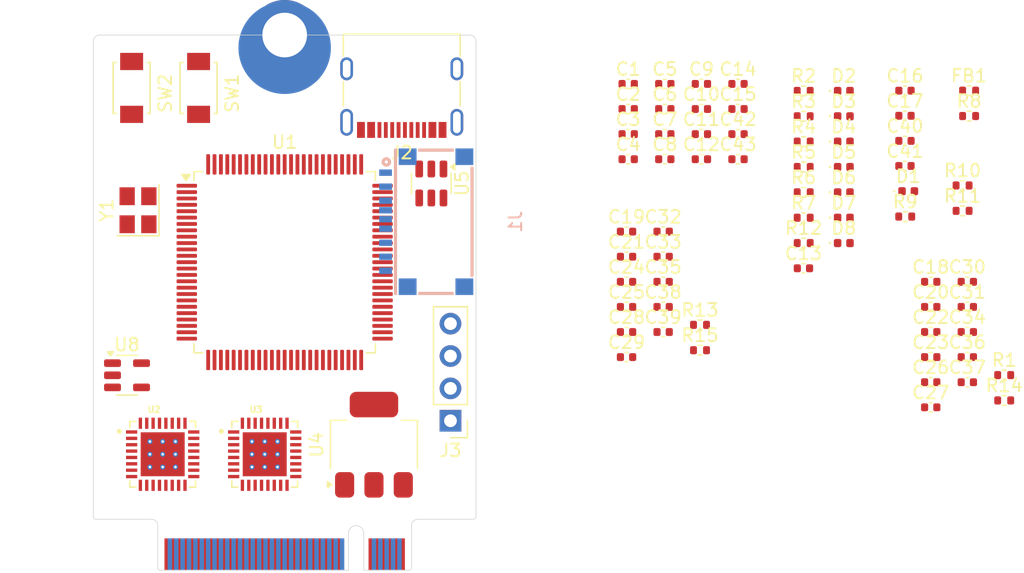
<source format=kicad_pcb>
(kicad_pcb (version 20241229) (generator "pcbnew") (generator_version "9.0")
  (layers (0 "F.Cu" signal) (4 "In1.Cu" signal) (6 "In2.Cu" signal) (2 "B.Cu" signal) (13 "F.Paste" user) (15 "B.Paste" user) (5 "F.SilkS" user "F.Silkscreen") (7 "B.SilkS" user "B.Silkscreen") (1 "F.Mask" user) (3 "B.Mask" user) (25 "Edge.Cuts" user))
  (net 0 "")
  (net 69 "GND")
  (net 72 "/Codec (In-Out Channels 1 & 2)/I2C.SDA")
  (net 77 "+3.3V")
  (net 84 "/Codec (In-Out Channels 1 & 2)/I2C.SCL")
  (net 85 "/Codec (In-Out Channels 1 & 2)/I2S.SDO")
  (net 87 "/MCU/SDMMC1.D0")
  (net 89 "/MCU/STLINK.SWDIO")
  (net 91 "Net-(C42-Pad1)")
  (net 96 "Net-(U1-BOOT0)")
  (net 98 "/Codec (In-Out Channels 3 & 4)/I2S.SDO")
  (net 99 "/MCU/SDMMC1.CMD")
  (net 101 "/MCU/USB.P")
  (net 106 "/MCU/SDMMC1.D1")
  (net 107 "/Codec (In-Out Channels 3 & 4)/nRST")
  (net 111 "Net-(U1-NRST)")
  (net 112 "/MCU/SDMMC1.D3")
  (net 115 "/MCU/SDMMC1.D2")
  (net 117 "/Codec (In-Out Channels 1 & 2)/I2S.WS")
  (net 119 "/MCU/SDMMC1.DET")
  (net 121 "/Codec (In-Out Channels 3 & 4)/I2S.CK")
  (net 122 "/Codec (In-Out Channels 3 & 4)/I2S.MCK")
  (net 123 "Net-(U1-PH1)")
  (net 127 "/MCU/USB.M")
  (net 130 "/MCU/SDMMC1.CLK")
  (net 136 "/Codec (In-Out Channels 3 & 4)/I2S.SDI")
  (net 138 "Net-(C43-Pad1)")
  (net 143 "Net-(U1-PH0)")
  (net 145 "/Codec (In-Out Channels 1 & 2)/nRST")
  (net 146 "/Codec (In-Out Channels 1 & 2)/I2S.MCK")
  (net 148 "/MCU/STLINK.SWCLK")
  (net 150 "+3.3VA")
  (net 151 "/Codec (In-Out Channels 1 & 2)/I2S.SDI")
  (net 154 "/Codec (In-Out Channels 1 & 2)/I2S.CK")
  (net 155 "+5V")
  (net 156 "Net-(J2-D--PadA7)")
  (net 157 "Net-(J2-D+-PadA6)")
  (net 158 "+1V8")
  (net 159 "Net-(D1-K)")
  (net 160 "Net-(J2-CC2)")
  (net 161 "Net-(J2-CC1)")
  (net 162 "/Codec (In-Out Channels 3 & 4)/I2C.SDA")
  (net 163 "/Codec (In-Out Channels 3 & 4)/I2C.SCL")
  (net 179 "/Codec (In-Out Channels 3 & 4)/I2S.WS")
  (net 195 "GNDA")
  (footprint "Capacitor_SMD:C_0402_1005Metric" (layer "F.Cu") (at 58.48 39.98)
    (property "Reference" "C28" (at 0 -1.16 0) (layer "F.SilkS"))
    (property "Value" "100nF")
    (pad "1" smd roundrect (at -0.48 0) (size 0.56 0.62) (layers "F.Cu" "F.Mask" "F.Paste") (net 195 "GNDA"))
    (pad "2" smd roundrect (at 0.48 0) (size 0.56 0.62) (layers "F.Cu" "F.Mask" "F.Paste") (net 150 "+3.3VA"))
  )
  (footprint "Capacitor_SMD:C_0402_1005Metric" (layer "F.Cu") (at 85.2 39.98)
    (property "Reference" "C34" (at 0 -1.16 0) (layer "F.SilkS"))
    (property "Value" "10uF")
    (pad "1" smd roundrect (at -0.48 0) (size 0.56 0.62) (layers "F.Cu" "F.Mask" "F.Paste") (net 195 "GNDA"))
    (pad "2" smd roundrect (at 0.48 0) (size 0.56 0.62) (layers "F.Cu" "F.Mask" "F.Paste") (net 150 "+3.3VA"))
  )
  (footprint "Capacitor_SMD:C_0402_1005Metric" (layer "F.Cu") (at 64.35 20.51)
    (property "Reference" "C9" (at 0 -1.16 0) (layer "F.SilkS"))
    (property "Value" "1uF")
    (pad "1" smd roundrect (at -0.48 0) (size 0.56 0.62) (layers "F.Cu" "F.Mask" "F.Paste") (net 150 "+3.3VA"))
    (pad "2" smd roundrect (at 0.48 0) (size 0.56 0.62) (layers "F.Cu" "F.Mask" "F.Paste") (net 69 "GND"))
  )
  (footprint "Capacitor_SMD:C_0402_1005Metric" (layer "F.Cu") (at 64.35 26.42)
    (property "Reference" "C12" (at 0 -1.16 0) (layer "F.SilkS"))
    (property "Value" "9pF")
    (pad "1" smd roundrect (at -0.48 0) (size 0.56 0.62) (layers "F.Cu" "F.Mask" "F.Paste") (net 123 "Net-(U1-PH1)"))
    (pad "2" smd roundrect (at 0.48 0) (size 0.56 0.62) (layers "F.Cu" "F.Mask" "F.Paste") (net 69 "GND"))
  )
  (footprint "random-footprints:SW_TS-1088-AR02016" (layer "F.Cu") (at 19.675 20.825 -90)
    (property "Reference" "SW2" (at 0.425 -2.635 90) (layer "F.SilkS"))
    (property "Value" "SW_Push")
    (pad "1" smd rect (at -2.075 0 270) (size 1.35 1.8) (layers "F.Cu" "F.Mask" "F.Paste") (net 77 "+3.3V"))
    (pad "2" smd rect (at 2.075 0 270) (size 1.35 1.8) (layers "F.Cu" "F.Mask" "F.Paste") (net 96 "Net-(U1-BOOT0)"))
  )
  (footprint "Capacitor_SMD:C_0402_1005Metric" (layer "F.Cu") (at 61.48 26.42)
    (property "Reference" "C8" (at 0 -1.16 0) (layer "F.SilkS"))
    (property "Value" "10nF")
    (pad "1" smd roundrect (at -0.48 0) (size 0.56 0.62) (layers "F.Cu" "F.Mask" "F.Paste") (net 150 "+3.3VA"))
    (pad "2" smd roundrect (at 0.48 0) (size 0.56 0.62) (layers "F.Cu" "F.Mask" "F.Paste") (net 69 "GND"))
  )
  (footprint "Capacitor_SMD:C_0402_1005Metric" (layer "F.Cu") (at 85.2 43.92)
    (property "Reference" "C37" (at 0 -1.16 0) (layer "F.SilkS"))
    (property "Value" "1uF")
    (pad "1" smd roundrect (at -0.48 0) (size 0.56 0.62) (layers "F.Cu" "F.Mask" "F.Paste") (net 195 "GNDA"))
    (pad "2" smd roundrect (at 0.48 0) (size 0.56 0.62) (layers "F.Cu" "F.Mask" "F.Paste") (net 150 "+3.3VA"))
  )
  (footprint "Package_TO_SOT_SMD:SOT-23-6" (layer "F.Cu") (at 43.175 28.325 -90)
    (property "Reference" "U5" (at 0 -2.4 90) (layer "F.SilkS"))
    (property "Value" "USBLC6-2SC6")
    (pad "1" smd roundrect (at -1.1375 -0.95 270) (size 1.325 0.6) (layers "F.Cu" "F.Mask" "F.Paste") (net 156 "Net-(J2-D--PadA7)"))
    (pad "2" smd roundrect (at -1.1375 0 270) (size 1.325 0.6) (layers "F.Cu" "F.Mask" "F.Paste") (net 69 "GND"))
    (pad "3" smd roundrect (at -1.1375 0.95 270) (size 1.325 0.6) (layers "F.Cu" "F.Mask" "F.Paste") (net 157 "Net-(J2-D+-PadA6)"))
    (pad "4" smd roundrect (at 1.1375 0.95 270) (size 1.325 0.6) (layers "F.Cu" "F.Mask" "F.Paste") (net 101 "/MCU/USB.P"))
    (pad "5" smd roundrect (at 1.1375 0 270) (size 1.325 0.6) (layers "F.Cu" "F.Mask" "F.Paste") (net 155 "+5V"))
    (pad "6" smd roundrect (at 1.1375 -0.95 270) (size 1.325 0.6) (layers "F.Cu" "F.Mask" "F.Paste") (net 127 "/MCU/USB.M"))
  )
  (footprint "Resistor_SMD:R_0402_1005Metric" (layer "F.Cu") (at 72.37 27.03)
    (property "Reference" "R5" (at 0 -1.17 0) (layer "F.SilkS"))
    (property "Value" "10k")
    (pad "1" smd roundrect (at -0.51 0) (size 0.54 0.64) (layers "F.Cu" "F.Mask" "F.Paste") (net 130 "/MCU/SDMMC1.CLK"))
    (pad "2" smd roundrect (at 0.51 0) (size 0.54 0.64) (layers "F.Cu" "F.Mask" "F.Paste") (net 77 "+3.3V"))
  )
  (footprint "Capacitor_SMD:C_0402_1005Metric" (layer "F.Cu") (at 61.35 39.98)
    (property "Reference" "C39" (at 0 -1.16 0) (layer "F.SilkS"))
    (property "Value" "1uF")
    (pad "1" smd roundrect (at -0.48 0) (size 0.56 0.62) (layers "F.Cu" "F.Mask" "F.Paste") (net 195 "GNDA"))
    (pad "2" smd roundrect (at 0.48 0) (size 0.56 0.62) (layers "F.Cu" "F.Mask" "F.Paste") (net 150 "+3.3VA"))
  )
  (footprint "LED_SMD:LED_0402_1005Metric" (layer "F.Cu") (at 80.565 28.93)
    (property "Reference" "D1" (at 0 -1.17 0) (layer "F.SilkS"))
    (property "Value" "LED")
    (pad "1" smd roundrect (at -0.485 0) (size 0.59 0.64) (layers "F.Cu" "F.Mask" "F.Paste") (net 159 "Net-(D1-K)"))
    (pad "2" smd roundrect (at 0.485 0) (size 0.59 0.64) (layers "F.Cu" "F.Mask" "F.Paste") (net 77 "+3.3V"))
  )
  (footprint "Resistor_SMD:R_0402_1005Metric" (layer "F.Cu") (at 72.37 29.02)
    (property "Reference" "R6" (at 0 -1.17 0) (layer "F.SilkS"))
    (property "Value" "10k")
    (pad "1" smd roundrect (at -0.51 0) (size 0.54 0.64) (layers "F.Cu" "F.Mask" "F.Paste") (net 99 "/MCU/SDMMC1.CMD"))
    (pad "2" smd roundrect (at 0.51 0) (size 0.54 0.64) (layers "F.Cu" "F.Mask" "F.Paste") (net 77 "+3.3V"))
  )
  (footprint "Capacitor_SMD:C_0402_1005Metric" (layer "F.Cu") (at 58.48 38.01)
    (property "Reference" "C25" (at 0 -1.16 0) (layer "F.SilkS"))
    (property "Value" "1uF")
    (pad "1" smd roundrect (at -0.48 0) (size 0.56 0.62) (layers "F.Cu" "F.Mask" "F.Paste") (net 77 "+3.3V"))
    (pad "2" smd roundrect (at 0.48 0) (size 0.56 0.62) (layers "F.Cu" "F.Mask" "F.Paste") (net 69 "GND"))
  )
  (footprint "Capacitor_SMD:C_0402_1005Metric" (layer "F.Cu") (at 58.48 34.07)
    (property "Reference" "C21" (at 0 -1.16 0) (layer "F.SilkS"))
    (property "Value" "1uF")
    (pad "1" smd roundrect (at -0.48 0) (size 0.56 0.62) (layers "F.Cu" "F.Mask" "F.Paste") (net 69 "GND"))
    (pad "2" smd roundrect (at 0.48 0) (size 0.56 0.62) (layers "F.Cu" "F.Mask" "F.Paste") (net 158 "+1V8"))
  )
  (footprint "random-footprints:QFN50P500X500X100-33N" (layer "F.Cu") (at 22.11 49.575)
    (property "Reference" "U2" (at -0.676535 -3.507593 0) (layer "F.SilkS") (effects (font (size 0.480383 0.480383) (thickness 0.120096))))
    (property "Value" "TLV320AIC3104IRHBR")
    (pad "1" smd roundrect (at -2.435 -1.75) (size 0.88 0.26) (layers "F.Cu" "F.Mask" "F.Paste") (roundrect_rratio 0.035) (net 146 "/Codec (In-Out Channels 1 & 2)/I2S.MCK"))
    (pad "2" smd roundrect (at -2.435 -1.25) (size 0.88 0.26) (layers "F.Cu" "F.Mask" "F.Paste") (roundrect_rratio 0.035) (net 154 "/Codec (In-Out Channels 1 & 2)/I2S.CK"))
    (pad "3" smd roundrect (at -2.435 -0.75) (size 0.88 0.26) (layers "F.Cu" "F.Mask" "F.Paste") (roundrect_rratio 0.035) (net 117 "/Codec (In-Out Channels 1 & 2)/I2S.WS"))
    (pad "4" smd roundrect (at -2.435 -0.25) (size 0.88 0.26) (layers "F.Cu" "F.Mask" "F.Paste") (roundrect_rratio 0.035) (net 85 "/Codec (In-Out Channels 1 & 2)/I2S.SDO"))
    (pad "5" smd roundrect (at -2.435 0.25) (size 0.88 0.26) (layers "F.Cu" "F.Mask" "F.Paste") (roundrect_rratio 0.035) (net 151 "/Codec (In-Out Channels 1 & 2)/I2S.SDI"))
    (pad "6" smd roundrect (at -2.435 0.75) (size 0.88 0.26) (layers "F.Cu" "F.Mask" "F.Paste") (roundrect_rratio 0.035) (net 69 "GND"))
    (pad "7" smd roundrect (at -2.435 1.25) (size 0.88 0.26) (layers "F.Cu" "F.Mask" "F.Paste") (roundrect_rratio 0.035) (net 77 "+3.3V"))
    (pad "8" smd roundrect (at -2.435 1.75) (size 0.88 0.26) (layers "F.Cu" "F.Mask" "F.Paste") (roundrect_rratio 0.035) (net 84 "/Codec (In-Out Channels 1 & 2)/I2C.SCL"))
    (pad "9" smd roundrect (at -1.75 2.435) (size 0.26 0.88) (layers "F.Cu" "F.Mask" "F.Paste") (roundrect_rratio 0.035) (net 72 "/Codec (In-Out Channels 1 & 2)/I2C.SDA"))
    (pad "10" smd roundrect (at -1.25 2.435) (size 0.26 0.88) (layers "F.Cu" "F.Mask" "F.Paste") (roundrect_rratio 0.035))
    (pad "11" smd roundrect (at -0.75 2.435) (size 0.26 0.88) (layers "F.Cu" "F.Mask" "F.Paste") (roundrect_rratio 0.035))
    (pad "12" smd roundrect (at -0.25 2.435) (size 0.26 0.88) (layers "F.Cu" "F.Mask" "F.Paste") (roundrect_rratio 0.035))
    (pad "13" smd roundrect (at 0.25 2.435) (size 0.26 0.88) (layers "F.Cu" "F.Mask" "F.Paste") (roundrect_rratio 0.035))
    (pad "14" smd roundrect (at 0.75 2.435) (size 0.26 0.88) (layers "F.Cu" "F.Mask" "F.Paste") (roundrect_rratio 0.035))
    (pad "15" smd roundrect (at 1.25 2.435) (size 0.26 0.88) (layers "F.Cu" "F.Mask" "F.Paste") (roundrect_rratio 0.035))
    (pad "16" smd roundrect (at 1.75 2.435) (size 0.26 0.88) (layers "F.Cu" "F.Mask" "F.Paste") (roundrect_rratio 0.035))
    (pad "17" smd roundrect (at 2.435 1.75) (size 0.88 0.26) (layers "F.Cu" "F.Mask" "F.Paste") (roundrect_rratio 0.035) (net 195 "GNDA"))
    (pad "18" smd roundrect (at 2.435 1.25) (size 0.88 0.26) (layers "F.Cu" "F.Mask" "F.Paste") (roundrect_rratio 0.035) (net 150 "+3.3VA"))
    (pad "19" smd roundrect (at 2.435 0.75) (size 0.88 0.26) (layers "F.Cu" "F.Mask" "F.Paste") (roundrect_rratio 0.035))
    (pad "20" smd roundrect (at 2.435 0.25) (size 0.88 0.26) (layers "F.Cu" "F.Mask" "F.Paste") (roundrect_rratio 0.035))
    (pad "21" smd roundrect (at 2.435 -0.25) (size 0.88 0.26) (layers "F.Cu" "F.Mask" "F.Paste") (roundrect_rratio 0.035) (net 195 "GNDA"))
    (pad "22" smd roundrect (at 2.435 -0.75) (size 0.88 0.26) (layers "F.Cu" "F.Mask" "F.Paste") (roundrect_rratio 0.035))
    (pad "23" smd roundrect (at 2.435 -1.25) (size 0.88 0.26) (layers "F.Cu" "F.Mask" "F.Paste") (roundrect_rratio 0.035))
    (pad "24" smd roundrect (at 2.435 -1.75) (size 0.88 0.26) (layers "F.Cu" "F.Mask" "F.Paste") (roundrect_rratio 0.035) (net 150 "+3.3VA"))
    (pad "25" smd roundrect (at 1.75 -2.435) (size 0.26 0.88) (layers "F.Cu" "F.Mask" "F.Paste") (roundrect_rratio 0.035) (net 150 "+3.3VA"))
    (pad "26" smd roundrect (at 1.25 -2.435) (size 0.26 0.88) (layers "F.Cu" "F.Mask" "F.Paste") (roundrect_rratio 0.035) (net 195 "GNDA"))
    (pad "27" smd roundrect (at 0.75 -2.435) (size 0.26 0.88) (layers "F.Cu" "F.Mask" "F.Paste") (roundrect_rratio 0.035))
    (pad "28" smd roundrect (at 0.25 -2.435) (size 0.26 0.88) (layers "F.Cu" "F.Mask" "F.Paste") (roundrect_rratio 0.035))
    (pad "29" smd roundrect (at -0.25 -2.435) (size 0.26 0.88) (layers "F.Cu" "F.Mask" "F.Paste") (roundrect_rratio 0.035))
    (pad "30" smd roundrect (at -0.75 -2.435) (size 0.26 0.88) (layers "F.Cu" "F.Mask" "F.Paste") (roundrect_rratio 0.035))
    (pad "31" smd roundrect (at -1.25 -2.435) (size 0.26 0.88) (layers "F.Cu" "F.Mask" "F.Paste") (roundrect_rratio 0.035) (net 145 "/Codec (In-Out Channels 1 & 2)/nRST"))
    (pad "32" smd roundrect (at -1.75 -2.435) (size 0.26 0.88) (layers "F.Cu" "F.Mask" "F.Paste") (roundrect_rratio 0.035) (net 158 "+1V8"))
    (pad "33" smd rect (at 0 0) (size 3.45 3.45) (layers "F.Cu" "F.Mask") (net 195 "GNDA"))
    (pad "33_1" thru_hole circle (at -1 -1) (size 0.4 0.4) (drill 0.2) (layers "*.Cu" "*.Mask") (net 195 "GNDA"))
    (pad "33_2" thru_hole circle (at 0 -1) (size 0.4 0.4) (drill 0.2) (layers "*.Cu" "*.Mask") (net 195 "GNDA"))
    (pad "33_3" thru_hole circle (at 1 -1) (size 0.4 0.4) (drill 0.2) (layers "*.Cu" "*.Mask") (net 195 "GNDA"))
    (pad "33_4" thru_hole circle (at -1 0) (size 0.4 0.4) (drill 0.2) (layers "*.Cu" "*.Mask") (net 195 "GNDA"))
    (pad "33_5" thru_hole circle (at 0 0) (size 0.4 0.4) (drill 0.2) (layers "*.Cu" "*.Mask") (net 195 "GNDA"))
    (pad "33_6" thru_hole circle (at 1 0) (size 0.4 0.4) (drill 0.2) (layers "*.Cu" "*.Mask") (net 195 "GNDA"))
    (pad "33_7" thru_hole circle (at -1 1) (size 0.4 0.4) (drill 0.2) (layers "*.Cu" "*.Mask") (net 195 "GNDA"))
    (pad "33_8" thru_hole circle (at 0 1) (size 0.4 0.4) (drill 0.2) (layers "*.Cu" "*.Mask") (net 195 "GNDA"))
    (pad "33_9" thru_hole circle (at 1 1) (size 0.4 0.4) (drill 0.2) (layers "*.Cu" "*.Mask") (net 195 "GNDA"))
  )
  (footprint "Package_TO_SOT_SMD:SOT-23-5" (layer "F.Cu") (at 19.3125 43.375)
    (property "Reference" "U8" (at 0 -2.4 0) (layer "F.SilkS"))
    (property "Value" "TLV74333PDBVR_SOT23-5")
    (pad "1" smd roundrect (at -1.1375 -0.95) (size 1.325 0.6) (layers "F.Cu" "F.Mask" "F.Paste") (net 155 "+5V"))
    (pad "2" smd roundrect (at -1.1375 0) (size 1.325 0.6) (layers "F.Cu" "F.Mask" "F.Paste") (net 69 "GND"))
    (pad "3" smd roundrect (at -1.1375 0.95) (size 1.325 0.6) (layers "F.Cu" "F.Mask" "F.Paste") (net 155 "+5V"))
    (pad "4" smd roundrect (at 1.1375 0.95) (size 1.325 0.6) (layers "F.Cu" "F.Mask" "F.Paste"))
    (pad "5" smd roundrect (at 1.1375 -0.95) (size 1.325 0.6) (layers "F.Cu" "F.Mask" "F.Paste") (net 158 "+1V8"))
  )
  (footprint "Resistor_SMD:R_0402_1005Metric" (layer "F.Cu") (at 64.24 41.41)
    (property "Reference" "R15" (at 0 -1.17 0) (layer "F.SilkS"))
    (property "Value" "10k")
    (pad "1" smd roundrect (at -0.51 0) (size 0.54 0.64) (layers "F.Cu" "F.Mask" "F.Paste") (net 163 "/Codec (In-Out Channels 3 & 4)/I2C.SCL"))
    (pad "2" smd roundrect (at 0.51 0) (size 0.54 0.64) (layers "F.Cu" "F.Mask" "F.Paste") (net 77 "+3.3V"))
  )
  (footprint "Capacitor_SMD:C_0402_1005Metric" (layer "F.Cu") (at 85.2 41.95)
    (property "Reference" "C36" (at 0 -1.16 0) (layer "F.SilkS"))
    (property "Value" "100nF")
    (pad "1" smd roundrect (at -0.48 0) (size 0.56 0.62) (layers "F.Cu" "F.Mask" "F.Paste") (net 195 "GNDA"))
    (pad "2" smd roundrect (at 0.48 0) (size 0.56 0.62) (layers "F.Cu" "F.Mask" "F.Paste") (net 150 "+3.3VA"))
  )
  (footprint "Capacitor_SMD:C_0402_1005Metric" (layer "F.Cu") (at 64.35 22.48)
    (property "Reference" "C10" (at 0 -1.16 0) (layer "F.SilkS"))
    (property "Value" "1uF")
    (pad "1" smd roundrect (at -0.48 0) (size 0.56 0.62) (layers "F.Cu" "F.Mask" "F.Paste") (net 77 "+3.3V"))
    (pad "2" smd roundrect (at 0.48 0) (size 0.56 0.62) (layers "F.Cu" "F.Mask" "F.Paste") (net 69 "GND"))
  )
  (footprint "Capacitor_SMD:C_0402_1005Metric" (layer "F.Cu") (at 58.61 26.42)
    (property "Reference" "C4" (at 0 -1.16 0) (layer "F.SilkS"))
    (property "Value" "100nF")
    (pad "1" smd roundrect (at -0.48 0) (size 0.56 0.62) (layers "F.Cu" "F.Mask" "F.Paste") (net 77 "+3.3V"))
    (pad "2" smd roundrect (at 0.48 0) (size 0.56 0.62) (layers "F.Cu" "F.Mask" "F.Paste") (net 69 "GND"))
  )
  (footprint "Resistor_SMD:R_0402_1005Metric" (layer "F.Cu") (at 88.09 43.36)
    (property "Reference" "R1" (at 0 -1.17 0) (layer "F.SilkS"))
    (property "Value" "10k")
    (pad "1" smd roundrect (at -0.51 0) (size 0.54 0.64) (layers "F.Cu" "F.Mask" "F.Paste") (net 72 "/Codec (In-Out Channels 1 & 2)/I2C.SDA"))
    (pad "2" smd roundrect (at 0.51 0) (size 0.54 0.64) (layers "F.Cu" "F.Mask" "F.Paste") (net 77 "+3.3V"))
  )
  (footprint "Capacitor_SMD:C_0402_1005Metric" (layer "F.Cu") (at 72.35 34.98)
    (property "Reference" "C13" (at 0 -1.16 0) (layer "F.SilkS"))
    (property "Value" "10uF")
    (pad "1" smd roundrect (at -0.48 0) (size 0.56 0.62) (layers "F.Cu" "F.Mask" "F.Paste") (net 77 "+3.3V"))
    (pad "2" smd roundrect (at 0.48 0) (size 0.56 0.62) (layers "F.Cu" "F.Mask" "F.Paste") (net 69 "GND"))
  )
  (footprint "Resistor_SMD:R_0402_1005Metric" (layer "F.Cu") (at 88.09 45.35)
    (property "Reference" "R14" (at 0 -1.17 0) (layer "F.SilkS"))
    (property "Value" "10k")
    (pad "1" smd roundrect (at -0.51 0) (size 0.54 0.64) (layers "F.Cu" "F.Mask" "F.Paste") (net 84 "/Codec (In-Out Channels 1 & 2)/I2C.SCL"))
    (pad "2" smd roundrect (at 0.51 0) (size 0.54 0.64) (layers "F.Cu" "F.Mask" "F.Paste") (net 77 "+3.3V"))
  )
  (footprint "Resistor_SMD:R_0402_1005Metric" (layer "F.Cu") (at 72.37 31.01)
    (property "Reference" "R7" (at 0 -1.17 0) (layer "F.SilkS"))
    (property "Value" "10k")
    (pad "1" smd roundrect (at -0.51 0) (size 0.54 0.64) (layers "F.Cu" "F.Mask" "F.Paste") (net 112 "/MCU/SDMMC1.D3"))
    (pad "2" smd roundrect (at 0.51 0) (size 0.54 0.64) (layers "F.Cu" "F.Mask" "F.Paste") (net 77 "+3.3V"))
  )
  (footprint "Capacitor_SMD:C_0402_1005Metric" (layer "F.Cu") (at 67.22 24.45)
    (property "Reference" "C42" (at 0 -1.16 0) (layer "F.SilkS"))
    (property "Value" "2.2uF")
    (pad "1" smd roundrect (at -0.48 0) (size 0.56 0.62) (layers "F.Cu" "F.Mask" "F.Paste") (net 91 "Net-(C42-Pad1)"))
    (pad "2" smd roundrect (at 0.48 0) (size 0.56 0.62) (layers "F.Cu" "F.Mask" "F.Paste") (net 69 "GND"))
  )
  (footprint "Capacitor_SMD:C_0402_1005Metric" (layer "F.Cu") (at 82.33 43.92)
    (property "Reference" "C26" (at 0 -1.16 0) (layer "F.SilkS"))
    (property "Value" "100nF")
    (pad "1" smd roundrect (at -0.48 0) (size 0.56 0.62) (layers "F.Cu" "F.Mask" "F.Paste") (net 195 "GNDA"))
    (pad "2" smd roundrect (at 0.48 0) (size 0.56 0.62) (layers "F.Cu" "F.Mask" "F.Paste") (net 150 "+3.3VA"))
  )
  (footprint "Capacitor_SMD:C_0402_1005Metric" (layer "F.Cu") (at 82.33 45.89)
    (property "Reference" "C27" (at 0 -1.16 0) (layer "F.SilkS"))
    (property "Value" "1uF")
    (pad "1" smd roundrect (at -0.48 0) (size 0.56 0.62) (layers "F.Cu" "F.Mask" "F.Paste") (net 195 "GNDA"))
    (pad "2" smd roundrect (at 0.48 0) (size 0.56 0.62) (layers "F.Cu" "F.Mask" "F.Paste") (net 150 "+3.3VA"))
  )
  (footprint "Capacitor_SMD:C_0402_1005Metric" (layer "F.Cu") (at 61.35 34.07)
    (property "Reference" "C33" (at 0 -1.16 0) (layer "F.SilkS"))
    (property "Value" "1uF")
    (pad "1" smd roundrect (at -0.48 0) (size 0.56 0.62) (layers "F.Cu" "F.Mask" "F.Paste") (net 195 "GNDA"))
    (pad "2" smd roundrect (at 0.48 0) (size 0.56 0.62) (layers "F.Cu" "F.Mask" "F.Paste") (net 150 "+3.3VA"))
  )
  (footprint "Capacitor_SMD:C_0402_1005Metric" (layer "F.Cu") (at 61.35 32.1)
    (property "Reference" "C32" (at 0 -1.16 0) (layer "F.SilkS"))
    (property "Value" "100nF")
    (pad "1" smd roundrect (at -0.48 0) (size 0.56 0.62) (layers "F.Cu" "F.Mask" "F.Paste") (net 195 "GNDA"))
    (pad "2" smd roundrect (at 0.48 0) (size 0.56 0.62) (layers "F.Cu" "F.Mask" "F.Paste") (net 150 "+3.3VA"))
  )
  (footprint "Capacitor_SMD:C_0402_1005Metric" (layer "F.Cu") (at 58.48 41.95)
    (property "Reference" "C29" (at 0 -1.16 0) (layer "F.SilkS"))
    (property "Value" "1uF")
    (pad "1" smd roundrect (at -0.48 0) (size 0.56 0.62) (layers "F.Cu" "F.Mask" "F.Paste") (net 195 "GNDA"))
    (pad "2" smd roundrect (at 0.48 0) (size 0.56 0.62) (layers "F.Cu" "F.Mask" "F.Paste") (net 150 "+3.3VA"))
  )
  (footprint "Capacitor_SMD:C_0402_1005Metric" (layer "F.Cu") (at 58.61 24.45)
    (property "Reference" "C3" (at 0 -1.16 0) (layer "F.SilkS"))
    (property "Value" "100nF")
    (pad "1" smd roundrect (at -0.48 0) (size 0.56 0.62) (layers "F.Cu" "F.Mask" "F.Paste") (net 77 "+3.3V"))
    (pad "2" smd roundrect (at 0.48 0) (size 0.56 0.62) (layers "F.Cu" "F.Mask" "F.Paste") (net 69 "GND"))
  )
  (footprint "Capacitor_SMD:C_0402_1005Metric" (layer "F.Cu") (at 82.33 38.01)
    (property "Reference" "C20" (at 0 -1.16 0) (layer "F.SilkS"))
    (property "Value" "1uF")
    (pad "1" smd roundrect (at -0.48 0) (size 0.56 0.62) (layers "F.Cu" "F.Mask" "F.Paste") (net 69 "GND"))
    (pad "2" smd roundrect (at 0.48 0) (size 0.56 0.62) (layers "F.Cu" "F.Mask" "F.Paste") (net 158 "+1V8"))
  )
  (footprint "Connector_USB:USB_C_Receptacle_G-Switch_GT-USB-7010ASV" (layer "F.Cu") (at 40.855 20.4 180)
    (property "Reference" "J2" (at 0 -5.5 0) (layer "F.SilkS"))
    (property "Value" "USB_C_Receptacle_USB2.0_14P")
    (pad "" np_thru_hole circle (at -2.89 -2.605 180) (size 0.65 0.65) (drill 0.65) (layers "*.Cu" "*.Mask"))
    (pad "" np_thru_hole circle (at 2.89 -2.605 180) (size 0.65 0.65) (drill 0.65) (layers "*.Cu" "*.Mask"))
    (pad "A1" smd rect (at -3.2 -3.725 180) (size 0.6 1.24) (layers "F.Cu" "F.Mask" "F.Paste") (net 69 "GND"))
    (pad "A4" smd rect (at -2.4 -3.725 180) (size 0.6 1.24) (layers "F.Cu" "F.Mask" "F.Paste") (net 155 "+5V"))
    (pad "A5" smd rect (at -1.25 -3.725 180) (size 0.3 1.24) (layers "F.Cu" "F.Mask" "F.Paste") (net 161 "Net-(J2-CC1)"))
    (pad "A6" smd rect (at -0.25 -3.725 180) (size 0.3 1.24) (layers "F.Cu" "F.Mask" "F.Paste") (net 157 "Net-(J2-D+-PadA6)"))
    (pad "A7" smd rect (at 0.25 -3.725 180) (size 0.3 1.24) (layers "F.Cu" "F.Mask" "F.Paste") (net 156 "Net-(J2-D--PadA7)"))
    (pad "A8" smd rect (at 1.25 -3.725 180) (size 0.3 1.24) (layers "F.Cu" "F.Mask" "F.Paste"))
    (pad "A9" smd rect (at 2.4 -3.725 180) (size 0.6 1.24) (layers "F.Cu" "F.Mask" "F.Paste") (net 155 "+5V"))
    (pad "A12" smd rect (at 3.2 -3.725 180) (size 0.6 1.24) (layers "F.Cu" "F.Mask" "F.Paste") (net 69 "GND"))
    (pad "B1" smd rect (at 3.2 -3.725 180) (size 0.6 1.24) (layers "F.Cu" "F.Mask" "F.Paste") (net 69 "GND"))
    (pad "B4" smd rect (at 2.4 -3.725 180) (size 0.6 1.24) (layers "F.Cu" "F.Mask" "F.Paste") (net 155 "+5V"))
    (pad "B5" smd rect (at 1.75 -3.725 180) (size 0.3 1.24) (layers "F.Cu" "F.Mask" "F.Paste") (net 160 "Net-(J2-CC2)"))
    (pad "B6" smd rect (at 0.75 -3.725 180) (size 0.3 1.24) (layers "F.Cu" "F.Mask" "F.Paste") (net 157 "Net-(J2-D+-PadA6)"))
    (pad "B7" smd rect (at -0.75 -3.725 180) (size 0.3 1.24) (layers "F.Cu" "F.Mask" "F.Paste") (net 156 "Net-(J2-D--PadA7)"))
    (pad "B8" smd rect (at -1.75 -3.725 180) (size 0.3 1.24) (layers "F.Cu" "F.Mask" "F.Paste"))
    (pad "B9" smd rect (at -2.4 -3.725 180) (size 0.6 1.24) (layers "F.Cu" "F.Mask" "F.Paste") (net 155 "+5V"))
    (pad "B12" smd rect (at -3.2 -3.725 180) (size 0.6 1.24) (layers "F.Cu" "F.Mask" "F.Paste") (net 69 "GND"))
    (pad "S1" thru_hole oval (at -4.32 -3.125 180) (size 1 2.1) (drill oval 0.6 1.7) (property pad_prop_heatsink) (layers "*.Cu" "*.Mask") (net 69 "GND"))
    (pad "S1" thru_hole oval (at -4.32 1.075 180) (size 1 1.8) (drill oval 0.6 1.4) (property pad_prop_heatsink) (layers "*.Cu" "*.Mask") (net 69 "GND"))
    (pad "S1" thru_hole oval (at 4.32 -3.125 180) (size 1 2.1) (drill oval 0.6 1.7) (property pad_prop_heatsink) (layers "*.Cu" "*.Mask") (net 69 "GND"))
    (pad "S1" thru_hole oval (at 4.32 1.075 180) (size 1 1.8) (drill oval 0.6 1.4) (property pad_prop_heatsink) (layers "*.Cu" "*.Mask") (net 69 "GND"))
  )
  (footprint "Resistor_SMD:R_0402_1005Metric" (layer "F.Cu") (at 72.37 23.05)
    (property "Reference" "R3" (at 0 -1.17 0) (layer "F.SilkS"))
    (property "Value" "10k")
    (pad "1" smd roundrect (at -0.51 0) (size 0.54 0.64) (layers "F.Cu" "F.Mask" "F.Paste") (net 106 "/MCU/SDMMC1.D1"))
    (pad "2" smd roundrect (at 0.51 0) (size 0.54 0.64) (layers "F.Cu" "F.Mask" "F.Paste") (net 77 "+3.3V"))
  )
  (footprint "Capacitor_SMD:C_0402_1005Metric" (layer "F.Cu") (at 61.48 24.45)
    (property "Reference" "C7" (at 0 -1.16 0) (layer "F.SilkS"))
    (property "Value" "10uF")
    (pad "1" smd roundrect (at -0.48 0) (size 0.56 0.62) (layers "F.Cu" "F.Mask" "F.Paste") (net 77 "+3.3V"))
    (pad "2" smd roundrect (at 0.48 0) (size 0.56 0.62) (layers "F.Cu" "F.Mask" "F.Paste") (net 69 "GND"))
  )
  (footprint "Capacitor_SMD:C_0402_1005Metric" (layer "F.Cu") (at 82.33 41.95)
    (property "Reference" "C23" (at 0 -1.16 0) (layer "F.SilkS"))
    (property "Value" "1uF")
    (pad "1" smd roundrect (at -0.48 0) (size 0.56 0.62) (layers "F.Cu" "F.Mask" "F.Paste") (net 77 "+3.3V"))
    (pad "2" smd roundrect (at 0.48 0) (size 0.56 0.62) (layers "F.Cu" "F.Mask" "F.Paste") (net 69 "GND"))
  )
  (footprint "Capacitor_SMD:C_0402_1005Metric" (layer "F.Cu") (at 61.48 22.48)
    (property "Reference" "C6" (at 0 -1.16 0) (layer "F.SilkS"))
    (property "Value" "100nF")
    (pad "1" smd roundrect (at -0.48 0) (size 0.56 0.62) (layers "F.Cu" "F.Mask" "F.Paste") (net 77 "+3.3V"))
    (pad "2" smd roundrect (at 0.48 0) (size 0.56 0.62) (layers "F.Cu" "F.Mask" "F.Paste") (net 69 "GND"))
  )
  (footprint "Resistor_SMD:R_0402_1005Metric" (layer "F.Cu") (at 72.37 21.06)
    (property "Reference" "R2" (at 0 -1.17 0) (layer "F.SilkS"))
    (property "Value" "10k")
    (pad "1" smd roundrect (at -0.51 0) (size 0.54 0.64) (layers "F.Cu" "F.Mask" "F.Paste") (net 119 "/MCU/SDMMC1.DET"))
    (pad "2" smd roundrect (at 0.51 0) (size 0.54 0.64) (layers "F.Cu" "F.Mask" "F.Paste") (net 77 "+3.3V"))
  )
  (footprint "Capacitor_SMD:C_0402_1005Metric" (layer "F.Cu") (at 82.33 39.98)
    (property "Reference" "C22" (at 0 -1.16 0) (layer "F.SilkS"))
    (property "Value" "100nF")
    (pad "1" smd roundrect (at -0.48 0) (size 0.56 0.62) (layers "F.Cu" "F.Mask" "F.Paste") (net 77 "+3.3V"))
    (pad "2" smd roundrect (at 0.48 0) (size 0.56 0.62) (layers "F.Cu" "F.Mask" "F.Paste") (net 69 "GND"))
  )
  (footprint "Diode_SMD:D_0402_1005Metric" (layer "F.Cu") (at 75.515 23.05)
    (property "Reference" "D3" (at 0 -1.17 0) (layer "F.SilkS"))
    (property "Value" "D_TVS")
    (pad "1" smd roundrect (at -0.485 0) (size 0.59 0.64) (layers "F.Cu" "F.Mask" "F.Paste") (net 69 "GND"))
    (pad "2" smd roundrect (at 0.485 0) (size 0.59 0.64) (layers "F.Cu" "F.Mask" "F.Paste") (net 106 "/MCU/SDMMC1.D1"))
  )
  (footprint "Capacitor_SMD:C_0402_1005Metric" (layer "F.Cu") (at 61.35 38.01)
    (property "Reference" "C38" (at 0 -1.16 0) (layer "F.SilkS"))
    (property "Value" "100nF")
    (pad "1" smd roundrect (at -0.48 0) (size 0.56 0.62) (layers "F.Cu" "F.Mask" "F.Paste") (net 195 "GNDA"))
    (pad "2" smd roundrect (at 0.48 0) (size 0.56 0.62) (layers "F.Cu" "F.Mask" "F.Paste") (net 150 "+3.3VA"))
  )
  (footprint "Diode_SMD:D_0402_1005Metric" (layer "F.Cu") (at 75.515 27.03)
    (property "Reference" "D5" (at 0 -1.17 0) (layer "F.SilkS"))
    (property "Value" "D_TVS")
    (pad "1" smd roundrect (at -0.485 0) (size 0.59 0.64) (layers "F.Cu" "F.Mask" "F.Paste") (net 69 "GND"))
    (pad "2" smd roundrect (at 0.485 0) (size 0.59 0.64) (layers "F.Cu" "F.Mask" "F.Paste") (net 130 "/MCU/SDMMC1.CLK"))
  )
  (footprint "Resistor_SMD:R_0402_1005Metric" (layer "F.Cu") (at 84.83 30.47)
    (property "Reference" "R11" (at 0 -1.17 0) (layer "F.SilkS"))
    (property "Value" "5.1k")
    (pad "1" smd roundrect (at -0.51 0) (size 0.54 0.64) (layers "F.Cu" "F.Mask" "F.Paste") (net 161 "Net-(J2-CC1)"))
    (pad "2" smd roundrect (at 0.51 0) (size 0.54 0.64) (layers "F.Cu" "F.Mask" "F.Paste") (net 69 "GND"))
  )
  (footprint "Capacitor_SMD:C_0402_1005Metric" (layer "F.Cu") (at 85.2 36.04)
    (property "Reference" "C30" (at 0 -1.16 0) (layer "F.SilkS"))
    (property "Value" "100nF")
    (pad "1" smd roundrect (at -0.48 0) (size 0.56 0.62) (layers "F.Cu" "F.Mask" "F.Paste") (net 195 "GNDA"))
    (pad "2" smd roundrect (at 0.48 0) (size 0.56 0.62) (layers "F.Cu" "F.Mask" "F.Paste") (net 150 "+3.3VA"))
  )
  (footprint "Capacitor_SMD:C_0402_1005Metric" (layer "F.Cu") (at 58.48 36.04)
    (property "Reference" "C24" (at 0 -1.16 0) (layer "F.SilkS"))
    (property "Value" "100nF")
    (pad "1" smd roundrect (at -0.48 0) (size 0.56 0.62) (layers "F.Cu" "F.Mask" "F.Paste") (net 77 "+3.3V"))
    (pad "2" smd roundrect (at 0.48 0) (size 0.56 0.62) (layers "F.Cu" "F.Mask" "F.Paste") (net 69 "GND"))
  )
  (footprint "Resistor_SMD:R_0402_1005Metric" (layer "F.Cu") (at 84.83 28.48)
    (property "Reference" "R10" (at 0 -1.17 0) (layer "F.SilkS"))
    (property "Value" "5.1k")
    (pad "1" smd roundrect (at -0.51 0) (size 0.54 0.64) (layers "F.Cu" "F.Mask" "F.Paste") (net 160 "Net-(J2-CC2)"))
    (pad "2" smd roundrect (at 0.51 0) (size 0.54 0.64) (layers "F.Cu" "F.Mask" "F.Paste") (net 69 "GND"))
  )
  (footprint "Diode_SMD:D_0402_1005Metric" (layer "F.Cu") (at 75.515 25.04)
    (property "Reference" "D4" (at 0 -1.17 0) (layer "F.SilkS"))
    (property "Value" "D_TVS")
    (pad "1" smd roundrect (at -0.485 0) (size 0.59 0.64) (layers "F.Cu" "F.Mask" "F.Paste") (net 69 "GND"))
    (pad "2" smd roundrect (at 0.485 0) (size 0.59 0.64) (layers "F.Cu" "F.Mask" "F.Paste") (net 87 "/MCU/SDMMC1.D0"))
  )
  (footprint "Capacitor_SMD:C_0402_1005Metric" (layer "F.Cu") (at 58.48 32.1)
    (property "Reference" "C19" (at 0 -1.16 0) (layer "F.SilkS"))
    (property "Value" "100nF")
    (pad "1" smd roundrect (at -0.48 0) (size 0.56 0.62) (layers "F.Cu" "F.Mask" "F.Paste") (net 69 "GND"))
    (pad "2" smd roundrect (at 0.48 0) (size 0.56 0.62) (layers "F.Cu" "F.Mask" "F.Paste") (net 158 "+1V8"))
  )
  (footprint "Diode_SMD:D_0402_1005Metric" (layer "F.Cu") (at 75.515 33)
    (property "Reference" "D8" (at 0 -1.17 0) (layer "F.SilkS"))
    (property "Value" "D_TVS")
    (pad "1" smd roundrect (at -0.485 0) (size 0.59 0.64) (layers "F.Cu" "F.Mask" "F.Paste") (net 69 "GND"))
    (pad "2" smd roundrect (at 0.485 0) (size 0.59 0.64) (layers "F.Cu" "F.Mask" "F.Paste") (net 115 "/MCU/SDMMC1.D2"))
  )
  (footprint "Diode_SMD:D_0402_1005Metric" (layer "F.Cu") (at 75.515 29.02)
    (property "Reference" "D6" (at 0 -1.17 0) (layer "F.SilkS"))
    (property "Value" "D_TVS")
    (pad "1" smd roundrect (at -0.485 0) (size 0.59 0.64) (layers "F.Cu" "F.Mask" "F.Paste") (net 69 "GND"))
    (pad "2" smd roundrect (at 0.485 0) (size 0.59 0.64) (layers "F.Cu" "F.Mask" "F.Paste") (net 99 "/MCU/SDMMC1.CMD"))
  )
  (footprint "Resistor_SMD:R_0402_1005Metric" (layer "F.Cu") (at 80.33 30.92)
    (property "Reference" "R9" (at 0 -1.17 0) (layer "F.SilkS"))
    (property "Value" "1.5k")
    (pad "1" smd roundrect (at -0.51 0) (size 0.54 0.64) (layers "F.Cu" "F.Mask" "F.Paste") (net 159 "Net-(D1-K)"))
    (pad "2" smd roundrect (at 0.51 0) (size 0.54 0.64) (layers "F.Cu" "F.Mask" "F.Paste") (net 69 "GND"))
  )
  (footprint "Capacitor_SMD:C_0402_1005Metric" (layer "F.Cu") (at 61.35 36.04)
    (property "Reference" "C35" (at 0 -1.16 0) (layer "F.SilkS"))
    (property "Value" "10uF")
    (pad "1" smd roundrect (at -0.48 0) (size 0.56 0.62) (layers "F.Cu" "F.Mask" "F.Paste") (net 195 "GNDA"))
    (pad "2" smd roundrect (at 0.48 0) (size 0.56 0.62) (layers "F.Cu" "F.Mask" "F.Paste") (net 150 "+3.3VA"))
  )
  (footprint "Capacitor_SMD:C_0402_1005Metric" (layer "F.Cu") (at 61.48 20.51)
    (property "Reference" "C5" (at 0 -1.16 0) (layer "F.SilkS"))
    (property "Value" "100nF")
    (pad "1" smd roundrect (at -0.48 0) (size 0.56 0.62) (layers "F.Cu" "F.Mask" "F.Paste") (net 77 "+3.3V"))
    (pad "2" smd roundrect (at 0.48 0) (size 0.56 0.62) (layers "F.Cu" "F.Mask" "F.Paste") (net 69 "GND"))
  )
  (footprint "Capacitor_SMD:C_0402_1005Metric" (layer "F.Cu") (at 80.31 21.04)
    (property "Reference" "C16" (at 0 -1.16 0) (layer "F.SilkS"))
    (property "Value" "22uF")
    (pad "1" smd roundrect (at -0.48 0) (size 0.56 0.62) (layers "F.Cu" "F.Mask" "F.Paste") (net 155 "+5V"))
    (pad "2" smd roundrect (at 0.48 0) (size 0.56 0.62) (layers "F.Cu" "F.Mask" "F.Paste") (net 69 "GND"))
  )
  (footprint "Package_QFP:LQFP-100_14x14mm_P0.5mm" (layer "F.Cu") (at 31.675 34.5)
    (property "Reference" "U1" (at 0 -9.42 0) (layer "F.SilkS"))
    (property "Value" "STM32H750VBTx")
    (pad "1" smd roundrect (at -7.675 -6) (size 1.6 0.3) (layers "F.Cu" "F.Mask" "F.Paste"))
    (pad "2" smd roundrect (at -7.675 -5.5) (size 1.6 0.3) (layers "F.Cu" "F.Mask" "F.Paste"))
    (pad "3" smd roundrect (at -7.675 -5) (size 1.6 0.3) (layers "F.Cu" "F.Mask" "F.Paste"))
    (pad "4" smd roundrect (at -7.675 -4.5) (size 1.6 0.3) (layers "F.Cu" "F.Mask" "F.Paste"))
    (pad "5" smd roundrect (at -7.675 -4) (size 1.6 0.3) (layers "F.Cu" "F.Mask" "F.Paste"))
    (pad "6" smd roundrect (at -7.675 -3.5) (size 1.6 0.3) (layers "F.Cu" "F.Mask" "F.Paste") (net 77 "+3.3V"))
    (pad "7" smd roundrect (at -7.675 -3) (size 1.6 0.3) (layers "F.Cu" "F.Mask" "F.Paste"))
    (pad "8" smd roundrect (at -7.675 -2.5) (size 1.6 0.3) (layers "F.Cu" "F.Mask" "F.Paste"))
    (pad "9" smd roundrect (at -7.675 -2) (size 1.6 0.3) (layers "F.Cu" "F.Mask" "F.Paste"))
    (pad "10" smd roundrect (at -7.675 -1.5) (size 1.6 0.3) (layers "F.Cu" "F.Mask" "F.Paste") (net 69 "GND"))
    (pad "11" smd roundrect (at -7.675 -1) (size 1.6 0.3) (layers "F.Cu" "F.Mask" "F.Paste") (net 77 "+3.3V"))
    (pad "12" smd roundrect (at -7.675 -0.5) (size 1.6 0.3) (layers "F.Cu" "F.Mask" "F.Paste") (net 143 "Net-(U1-PH0)"))
    (pad "13" smd roundrect (at -7.675 0) (size 1.6 0.3) (layers "F.Cu" "F.Mask" "F.Paste") (net 123 "Net-(U1-PH1)"))
    (pad "14" smd roundrect (at -7.675 0.5) (size 1.6 0.3) (layers "F.Cu" "F.Mask" "F.Paste") (net 111 "Net-(U1-NRST)"))
    (pad "15" smd roundrect (at -7.675 1) (size 1.6 0.3) (layers "F.Cu" "F.Mask" "F.Paste"))
    (pad "16" smd roundrect (at -7.675 1.5) (size 1.6 0.3) (layers "F.Cu" "F.Mask" "F.Paste"))
    (pad "17" smd roundrect (at -7.675 2) (size 1.6 0.3) (layers "F.Cu" "F.Mask" "F.Paste"))
    (pad "18" smd roundrect (at -7.675 2.5) (size 1.6 0.3) (layers "F.Cu" "F.Mask" "F.Paste"))
    (pad "19" smd roundrect (at -7.675 3) (size 1.6 0.3) (layers "F.Cu" "F.Mask" "F.Paste") (net 69 "GND"))
    (pad "20" smd roundrect (at -7.675 3.5) (size 1.6 0.3) (layers "F.Cu" "F.Mask" "F.Paste") (net 150 "+3.3VA"))
    (pad "21" smd roundrect (at -7.675 4) (size 1.6 0.3) (layers "F.Cu" "F.Mask" "F.Paste") (net 150 "+3.3VA"))
    (pad "22" smd roundrect (at -7.675 4.5) (size 1.6 0.3) (layers "F.Cu" "F.Mask" "F.Paste"))
    (pad "23" smd roundrect (at -7.675 5) (size 1.6 0.3) (layers "F.Cu" "F.Mask" "F.Paste"))
    (pad "24" smd roundrect (at -7.675 5.5) (size 1.6 0.3) (layers "F.Cu" "F.Mask" "F.Paste"))
    (pad "25" smd roundrect (at -7.675 6) (size 1.6 0.3) (layers "F.Cu" "F.Mask" "F.Paste"))
    (pad "26" smd roundrect (at -6 7.675) (size 0.3 1.6) (layers "F.Cu" "F.Mask" "F.Paste") (net 69 "GND"))
    (pad "27" smd roundrect (at -5.5 7.675) (size 0.3 1.6) (layers "F.Cu" "F.Mask" "F.Paste") (net 77 "+3.3V"))
    (pad "28" smd roundrect (at -5 7.675) (size 0.3 1.6) (layers "F.Cu" "F.Mask" "F.Paste") (net 117 "/Codec (In-Out Channels 1 & 2)/I2S.WS"))
    (pad "29" smd roundrect (at -4.5 7.675) (size 0.3 1.6) (layers "F.Cu" "F.Mask" "F.Paste") (net 154 "/Codec (In-Out Channels 1 & 2)/I2S.CK"))
    (pad "30" smd roundrect (at -4 7.675) (size 0.3 1.6) (layers "F.Cu" "F.Mask" "F.Paste") (net 151 "/Codec (In-Out Channels 1 & 2)/I2S.SDI"))
    (pad "31" smd roundrect (at -3.5 7.675) (size 0.3 1.6) (layers "F.Cu" "F.Mask" "F.Paste") (net 85 "/Codec (In-Out Channels 1 & 2)/I2S.SDO"))
    (pad "32" smd roundrect (at -3 7.675) (size 0.3 1.6) (layers "F.Cu" "F.Mask" "F.Paste") (net 146 "/Codec (In-Out Channels 1 & 2)/I2S.MCK"))
    (pad "33" smd roundrect (at -2.5 7.675) (size 0.3 1.6) (layers "F.Cu" "F.Mask" "F.Paste"))
    (pad "34" smd roundrect (at -2 7.675) (size 0.3 1.6) (layers "F.Cu" "F.Mask" "F.Paste"))
    (pad "35" smd roundrect (at -1.5 7.675) (size 0.3 1.6) (layers "F.Cu" "F.Mask" "F.Paste"))
    (pad "36" smd roundrect (at -1 7.675) (size 0.3 1.6) (layers "F.Cu" "F.Mask" "F.Paste"))
    (pad "37" smd roundrect (at -0.5 7.675) (size 0.3 1.6) (layers "F.Cu" "F.Mask" "F.Paste"))
    (pad "38" smd roundrect (at 0 7.675) (size 0.3 1.6) (layers "F.Cu" "F.Mask" "F.Paste"))
    (pad "39" smd roundrect (at 0.5 7.675) (size 0.3 1.6) (layers "F.Cu" "F.Mask" "F.Paste"))
    (pad "40" smd roundrect (at 1 7.675) (size 0.3 1.6) (layers "F.Cu" "F.Mask" "F.Paste"))
    (pad "41" smd roundrect (at 1.5 7.675) (size 0.3 1.6) (layers "F.Cu" "F.Mask" "F.Paste"))
    (pad "42" smd roundrect (at 2 7.675) (size 0.3 1.6) (layers "F.Cu" "F.Mask" "F.Paste"))
    (pad "43" smd roundrect (at 2.5 7.675) (size 0.3 1.6) (layers "F.Cu" "F.Mask" "F.Paste"))
    (pad "44" smd roundrect (at 3 7.675) (size 0.3 1.6) (layers "F.Cu" "F.Mask" "F.Paste"))
    (pad "45" smd roundrect (at 3.5 7.675) (size 0.3 1.6) (layers "F.Cu" "F.Mask" "F.Paste"))
    (pad "46" smd roundrect (at 4 7.675) (size 0.3 1.6) (layers "F.Cu" "F.Mask" "F.Paste") (net 163 "/Codec (In-Out Channels 3 & 4)/I2C.SCL"))
    (pad "47" smd roundrect (at 4.5 7.675) (size 0.3 1.6) (layers "F.Cu" "F.Mask" "F.Paste") (net 162 "/Codec (In-Out Channels 3 & 4)/I2C.SDA"))
    (pad "48" smd roundrect (at 5 7.675) (size 0.3 1.6) (layers "F.Cu" "F.Mask" "F.Paste") (net 91 "Net-(C42-Pad1)"))
    (pad "49" smd roundrect (at 5.5 7.675) (size 0.3 1.6) (layers "F.Cu" "F.Mask" "F.Paste") (net 69 "GND"))
    (pad "50" smd roundrect (at 6 7.675) (size 0.3 1.6) (layers "F.Cu" "F.Mask" "F.Paste") (net 77 "+3.3V"))
    (pad "51" smd roundrect (at 7.675 6) (size 1.6 0.3) (layers "F.Cu" "F.Mask" "F.Paste") (net 117 "/Codec (In-Out Channels 1 & 2)/I2S.WS"))
    (pad "52" smd roundrect (at 7.675 5.5) (size 1.6 0.3) (layers "F.Cu" "F.Mask" "F.Paste") (net 121 "/Codec (In-Out Channels 3 & 4)/I2S.CK"))
    (pad "53" smd roundrect (at 7.675 5) (size 1.6 0.3) (layers "F.Cu" "F.Mask" "F.Paste") (net 136 "/Codec (In-Out Channels 3 & 4)/I2S.SDI"))
    (pad "54" smd roundrect (at 7.675 4.5) (size 1.6 0.3) (layers "F.Cu" "F.Mask" "F.Paste") (net 98 "/Codec (In-Out Channels 3 & 4)/I2S.SDO"))
    (pad "55" smd roundrect (at 7.675 4) (size 1.6 0.3) (layers "F.Cu" "F.Mask" "F.Paste") (net 107 "/Codec (In-Out Channels 3 & 4)/nRST"))
    (pad "56" smd roundrect (at 7.675 3.5) (size 1.6 0.3) (layers "F.Cu" "F.Mask" "F.Paste"))
    (pad "57" smd roundrect (at 7.675 3) (size 1.6 0.3) (layers "F.Cu" "F.Mask" "F.Paste"))
    (pad "58" smd roundrect (at 7.675 2.5) (size 1.6 0.3) (layers "F.Cu" "F.Mask" "F.Paste"))
    (pad "59" smd roundrect (at 7.675 2) (size 1.6 0.3) (layers "F.Cu" "F.Mask" "F.Paste"))
    (pad "60" smd roundrect (at 7.675 1.5) (size 1.6 0.3) (layers "F.Cu" "F.Mask" "F.Paste"))
    (pad "61" smd roundrect (at 7.675 1) (size 1.6 0.3) (layers "F.Cu" "F.Mask" "F.Paste"))
    (pad "62" smd roundrect (at 7.675 0.5) (size 1.6 0.3) (layers "F.Cu" "F.Mask" "F.Paste"))
    (pad "63" smd roundrect (at 7.675 0) (size 1.6 0.3) (layers "F.Cu" "F.Mask" "F.Paste") (net 122 "/Codec (In-Out Channels 3 & 4)/I2S.MCK"))
    (pad "64" smd roundrect (at 7.675 -0.5) (size 1.6 0.3) (layers "F.Cu" "F.Mask" "F.Paste") (net 145 "/Codec (In-Out Channels 1 & 2)/nRST"))
    (pad "65" smd roundrect (at 7.675 -1) (size 1.6 0.3) (layers "F.Cu" "F.Mask" "F.Paste") (net 87 "/MCU/SDMMC1.D0"))
    (pad "66" smd roundrect (at 7.675 -1.5) (size 1.6 0.3) (layers "F.Cu" "F.Mask" "F.Paste") (net 106 "/MCU/SDMMC1.D1"))
    (pad "67" smd roundrect (at 7.675 -2) (size 1.6 0.3) (layers "F.Cu" "F.Mask" "F.Paste"))
    (pad "68" smd roundrect (at 7.675 -2.5) (size 1.6 0.3) (layers "F.Cu" "F.Mask" "F.Paste"))
    (pad "69" smd roundrect (at 7.675 -3) (size 1.6 0.3) (layers "F.Cu" "F.Mask" "F.Paste"))
    (pad "70" smd roundrect (at 7.675 -3.5) (size 1.6 0.3) (layers "F.Cu" "F.Mask" "F.Paste") (net 127 "/MCU/USB.M"))
    (pad "71" smd roundrect (at 7.675 -4) (size 1.6 0.3) (layers "F.Cu" "F.Mask" "F.Paste") (net 101 "/MCU/USB.P"))
    (pad "72" smd roundrect (at 7.675 -4.5) (size 1.6 0.3) (layers "F.Cu" "F.Mask" "F.Paste") (net 89 "/MCU/STLINK.SWDIO"))
    (pad "73" smd roundrect (at 7.675 -5) (size 1.6 0.3) (layers "F.Cu" "F.Mask" "F.Paste") (net 138 "Net-(C43-Pad1)"))
    (pad "74" smd roundrect (at 7.675 -5.5) (size 1.6 0.3) (layers "F.Cu" "F.Mask" "F.Paste") (net 69 "GND"))
    (pad "75" smd roundrect (at 7.675 -6) (size 1.6 0.3) (layers "F.Cu" "F.Mask" "F.Paste") (net 77 "+3.3V"))
    (pad "76" smd roundrect (at 6 -7.675) (size 0.3 1.6) (layers "F.Cu" "F.Mask" "F.Paste") (net 148 "/MCU/STLINK.SWCLK"))
    (pad "77" smd roundrect (at 5.5 -7.675) (size 0.3 1.6) (layers "F.Cu" "F.Mask" "F.Paste"))
    (pad "78" smd roundrect (at 5 -7.675) (size 0.3 1.6) (layers "F.Cu" "F.Mask" "F.Paste") (net 115 "/MCU/SDMMC1.D2"))
    (pad "79" smd roundrect (at 4.5 -7.675) (size 0.3 1.6) (layers "F.Cu" "F.Mask" "F.Paste") (net 112 "/MCU/SDMMC1.D3"))
    (pad "80" smd roundrect (at 4 -7.675) (size 0.3 1.6) (layers "F.Cu" "F.Mask" "F.Paste") (net 130 "/MCU/SDMMC1.CLK"))
    (pad "81" smd roundrect (at 3.5 -7.675) (size 0.3 1.6) (layers "F.Cu" "F.Mask" "F.Paste") (net 119 "/MCU/SDMMC1.DET"))
    (pad "82" smd roundrect (at 3 -7.675) (size 0.3 1.6) (layers "F.Cu" "F.Mask" "F.Paste"))
    (pad "83" smd roundrect (at 2.5 -7.675) (size 0.3 1.6) (layers "F.Cu" "F.Mask" "F.Paste") (net 99 "/MCU/SDMMC1.CMD"))
    (pad "84" smd roundrect (at 2 -7.675) (size 0.3 1.6) (layers "F.Cu" "F.Mask" "F.Paste"))
    (pad "85" smd roundrect (at 1.5 -7.675) (size 0.3 1.6) (layers "F.Cu" "F.Mask" "F.Paste"))
    (pad "86" smd roundrect (at 1 -7.675) (size 0.3 1.6) (layers "F.Cu" "F.Mask" "F.Paste"))
    (pad "87" smd roundrect (at 0.5 -7.675) (size 0.3 1.6) (layers "F.Cu" "F.Mask" "F.Paste"))
    (pad "88" smd roundrect (at 0 -7.675) (size 0.3 1.6) (layers "F.Cu" "F.Mask" "F.Paste"))
    (pad "89" smd roundrect (at -0.5 -7.675) (size 0.3 1.6) (layers "F.Cu" "F.Mask" "F.Paste"))
    (pad "90" smd roundrect (at -1 -7.675) (size 0.3 1.6) (layers "F.Cu" "F.Mask" "F.Paste"))
    (pad "91" smd roundrect (at -1.5 -7.675) (size 0.3 1.6) (layers "F.Cu" "F.Mask" "F.Paste"))
    (pad "92" smd roundrect (at -2 -7.675) (size 0.3 1.6) (layers "F.Cu" "F.Mask" "F.Paste") (net 84 "/Codec (In-Out Channels 1 & 2)/I2C.SCL"))
    (pad "93" smd roundrect (at -2.5 -7.675) (size 0.3 1.6) (layers "F.Cu" "F.Mask" "F.Paste") (net 72 "/Codec (In-Out Channels 1 & 2)/I2C.SDA"))
    (pad "94" smd roundrect (at -3 -7.675) (size 0.3 1.6) (layers "F.Cu" "F.Mask" "F.Paste") (net 96 "Net-(U1-BOOT0)"))
    (pad "95" smd roundrect (at -3.5 -7.675) (size 0.3 1.6) (layers "F.Cu" "F.Mask" "F.Paste"))
    (pad "96" smd roundrect (at -4 -7.675) (size 0.3 1.6) (layers "F.Cu" "F.Mask" "F.Paste"))
    (pad "97" smd roundrect (at -4.5 -7.675) (size 0.3 1.6) (layers "F.Cu" "F.Mask" "F.Paste"))
    (pad "98" smd roundrect (at -5 -7.675) (size 0.3 1.6) (layers "F.Cu" "F.Mask" "F.Paste"))
    (pad "99" smd roundrect (at -5.5 -7.675) (size 0.3 1.6) (layers "F.Cu" "F.Mask" "F.Paste") (net 69 "GND"))
    (pad "100" smd roundrect (at -6 -7.675) (size 0.3 1.6) (layers "F.Cu" "F.Mask" "F.Paste") (net 77 "+3.3V"))
  )
  (footprint "Crystal:Crystal_SMD_3225-4Pin_3.2x2.5mm" (layer "F.Cu") (at 20.175 30.425 90)
    (property "Reference" "Y1" (at 0 -2.45 90) (layer "F.SilkS"))
    (property "Value" "16MHz")
    (pad "1" smd rect (at -1.1 0.85 90) (size 1.4 1.2) (layers "F.Cu" "F.Mask" "F.Paste") (net 143 "Net-(U1-PH0)"))
    (pad "2" smd rect (at 1.1 0.85 90) (size 1.4 1.2) (layers "F.Cu" "F.Mask" "F.Paste") (net 69 "GND"))
    (pad "3" smd rect (at 1.1 -0.85 90) (size 1.4 1.2) (layers "F.Cu" "F.Mask" "F.Paste") (net 123 "Net-(U1-PH1)"))
    (pad "4" smd rect (at -1.1 -0.85 90) (size 1.4 1.2) (layers "F.Cu" "F.Mask" "F.Paste") (net 69 "GND"))
  )
  (footprint "Capacitor_SMD:C_0402_1005Metric" (layer "F.Cu") (at 58.61 20.51)
    (property "Reference" "C1" (at 0 -1.16 0) (layer "F.SilkS"))
    (property "Value" "100nF")
    (pad "1" smd roundrect (at -0.48 0) (size 0.56 0.62) (layers "F.Cu" "F.Mask" "F.Paste") (net 77 "+3.3V"))
    (pad "2" smd roundrect (at 0.48 0) (size 0.56 0.62) (layers "F.Cu" "F.Mask" "F.Paste") (net 69 "GND"))
  )
  (footprint "Capacitor_SMD:C_0402_1005Metric" (layer "F.Cu") (at 80.31 23.01)
    (property "Reference" "C17" (at 0 -1.16 0) (layer "F.SilkS"))
    (property "Value" "22uF")
    (pad "1" smd roundrect (at -0.48 0) (size 0.56 0.62) (layers "F.Cu" "F.Mask" "F.Paste") (net 77 "+3.3V"))
    (pad "2" smd roundrect (at 0.48 0) (size 0.56 0.62) (layers "F.Cu" "F.Mask" "F.Paste") (net 69 "GND"))
  )
  (footprint "Capacitor_SMD:C_0402_1005Metric" (layer "F.Cu") (at 67.22 26.42)
    (property "Reference" "C43" (at 0 -1.16 0) (layer "F.SilkS"))
    (property "Value" "2.2uF")
    (pad "1" smd roundrect (at -0.48 0) (size 0.56 0.62) (layers "F.Cu" "F.Mask" "F.Paste") (net 138 "Net-(C43-Pad1)"))
    (pad "2" smd roundrect (at 0.48 0) (size 0.56 0.62) (layers "F.Cu" "F.Mask" "F.Paste") (net 69 "GND"))
  )
  (footprint "Resistor_SMD:R_0402_1005Metric" (layer "F.Cu") (at 85.34 21.04)
    (property "Reference" "FB1" (at 0 -1.17 0) (layer "F.SilkS"))
    (property "Value" "120R")
    (pad "1" smd roundrect (at -0.51 0) (size 0.54 0.64) (layers "F.Cu" "F.Mask" "F.Paste") (net 150 "+3.3VA"))
    (pad "2" smd roundrect (at 0.51 0) (size 0.54 0.64) (layers "F.Cu" "F.Mask" "F.Paste") (net 77 "+3.3V"))
  )
  (footprint "Resistor_SMD:R_0402_1005Metric" (layer "F.Cu") (at 85.34 23.03)
    (property "Reference" "R8" (at 0 -1.17 0) (layer "F.SilkS"))
    (property "Value" "10k")
    (pad "1" smd roundrect (at -0.51 0) (size 0.54 0.64) (layers "F.Cu" "F.Mask" "F.Paste") (net 69 "GND"))
    (pad "2" smd roundrect (at 0.51 0) (size 0.54 0.64) (layers "F.Cu" "F.Mask" "F.Paste") (net 96 "Net-(U1-BOOT0)"))
  )
  (footprint "Diode_SMD:D_0402_1005Metric" (layer "F.Cu") (at 75.515 21.06)
    (property "Reference" "D2" (at 0 -1.17 0) (layer "F.SilkS"))
    (property "Value" "D_TVS")
    (pad "1" smd roundrect (at -0.485 0) (size 0.59 0.64) (layers "F.Cu" "F.Mask" "F.Paste") (net 69 "GND"))
    (pad "2" smd roundrect (at 0.485 0) (size 0.59 0.64) (layers "F.Cu" "F.Mask" "F.Paste") (net 119 "/MCU/SDMMC1.DET"))
  )
  (footprint "Capacitor_SMD:C_0402_1005Metric" (layer "F.Cu") (at 80.31 26.95)
    (property "Reference" "C41" (at 0 -1.16 0) (layer "F.SilkS"))
    (property "Value" "22uF")
    (pad "1" smd roundrect (at -0.48 0) (size 0.56 0.62) (layers "F.Cu" "F.Mask" "F.Paste") (net 158 "+1V8"))
    (pad "2" smd roundrect (at 0.48 0) (size 0.56 0.62) (layers "F.Cu" "F.Mask" "F.Paste") (net 69 "GND"))
  )
  (footprint "Connector_PinHeader_2.54mm:PinHeader_1x04_P2.54mm_Vertical" (layer "F.Cu") (at 44.675 46.945 180)
    (property "Reference" "J3" (at 0 -2.33 0) (layer "F.SilkS"))
    (property "Value" "Conn_01x04_Pin")
    (pad "1" thru_hole rect (at 0 0 180) (size 1.7 1.7) (drill 1) (layers "*.Cu" "*.Mask") (net 77 "+3.3V"))
    (pad "2" thru_hole oval (at 0 2.54 180) (size 1.7 1.7) (drill 1) (layers "*.Cu" "*.Mask") (net 89 "/MCU/STLINK.SWDIO"))
    (pad "3" thru_hole oval (at 0 5.08 180) (size 1.7 1.7) (drill 1) (layers "*.Cu" "*.Mask") (net 148 "/MCU/STLINK.SWCLK"))
    (pad "4" thru_hole oval (at 0 7.62 180) (size 1.7 1.7) (drill 1) (layers "*.Cu" "*.Mask") (net 69 "GND"))
  )
  (footprint "Capacitor_SMD:C_0402_1005Metric" (layer "F.Cu") (at 67.22 22.48)
    (property "Reference" "C15" (at 0 -1.16 0) (layer "F.SilkS"))
    (property "Value" "100nF")
    (pad "1" smd roundrect (at -0.48 0) (size 0.56 0.62) (layers "F.Cu" "F.Mask" "F.Paste") (net 96 "Net-(U1-BOOT0)"))
    (pad "2" smd roundrect (at 0.48 0) (size 0.56 0.62) (layers "F.Cu" "F.Mask" "F.Paste") (net 77 "+3.3V"))
  )
  (footprint "M.2-Templates:M.2-B-KEY" (layer "F.Cu") (at 31.675 58.675)
    (property "Reference" "1" (hide yes))
    (property "Value" "M.2-B-KEY" (hide yes))
    (fp_circle (center 0 -41) (end 3 -41) (stroke (width 1.25)) (fill no) (layer "B.Cu"))
    (fp_poly (pts (xy 2.55 -38.45) (xy -2.55 -38.45) (xy -2.55 -43.55) (xy 2.55 -43.55)) (fill yes) (layer "B.Cu"))
    (fp_line (start -15 -41.5) (end -15 -4.2) (stroke (width 0.05)) (layer "Edge.Cuts"))
    (fp_line (start -14.8 -4) (end -10.45 -4) (stroke (width 0.05)) (layer "Edge.Cuts"))
    (fp_line (start -9.95 -3.5) (end -9.95 -0.2) (stroke (width 0.05)) (layer "Edge.Cuts"))
    (fp_line (start -9.75 0) (end 5 0) (stroke (width 0.05)) (layer "Edge.Cuts"))
    (fp_line (start 5 -2.9) (end 5 0) (stroke (width 0.05)) (layer "Edge.Cuts"))
    (fp_line (start 6.2 -2.9) (end 6.2 0) (stroke (width 0.05)) (layer "Edge.Cuts"))
    (fp_line (start 6.2 0) (end 9.75 0) (stroke (width 0.05)) (layer "Edge.Cuts"))
    (fp_line (start 9.95 -0.2) (end 9.95 -3.5) (stroke (width 0.05)) (layer "Edge.Cuts"))
    (fp_line (start 10.45 -4) (end 14.8 -4) (stroke (width 0.05)) (layer "Edge.Cuts"))
    (fp_line (start 14.5 -42) (end -14.5 -42) (stroke (width 0.05)) (layer "Edge.Cuts"))
    (fp_line (start 15 -4.2) (end 15 -41.5) (stroke (width 0.05)) (layer "Edge.Cuts"))
    (fp_arc (start -15 -41.5) (mid -14.853553 -41.853553) (end -14.5 -42) (stroke (width 0.05)) (layer "Edge.Cuts"))
    (fp_arc (start -14.8 -4) (mid -14.941421 -4.058579) (end -15 -4.2) (stroke (width 0.05)) (layer "Edge.Cuts"))
    (fp_arc (start -10.45 -4) (mid -10.096447 -3.853553) (end -9.95 -3.5) (stroke (width 0.05)) (layer "Edge.Cuts"))
    (fp_arc (start -9.75 0) (mid -9.891421 -0.058579) (end -9.95 -0.2) (stroke (width 0.05)) (layer "Edge.Cuts"))
    (fp_arc (start 5 -2.9) (mid 5.175736 -3.324264) (end 5.6 -3.5) (stroke (width 0.05)) (layer "Edge.Cuts"))
    (fp_arc (start 5.6 -3.5) (mid 6.024264 -3.324264) (end 6.2 -2.9) (stroke (width 0.05)) (layer "Edge.Cuts"))
    (fp_arc (start 9.95 -3.5) (mid 10.096447 -3.853553) (end 10.45 -4) (stroke (width 0.05)) (layer "Edge.Cuts"))
    (fp_arc (start 9.95 -0.2) (mid 9.891421 -0.058579) (end 9.75 0) (stroke (width 0.05)) (layer "Edge.Cuts"))
    (fp_arc (start 14.5 -42) (mid 14.853553 -41.853553) (end 15 -41.5) (stroke (width 0.05)) (layer "Edge.Cuts"))
    (fp_arc (start 15 -4.2) (mid 14.941421 -4.058579) (end 14.8 -4) (stroke (width 0.05)) (layer "Edge.Cuts"))
    (pad "MOUNTING-HOLE" thru_hole circle (at 0 -42) (size 5.5 5.5) (drill 3.5) (layers "*.Cu" "*.Mask"))
    (pad "P$1" smd rect (at 9.25 -1.25) (size 0.35 2.5) (layers "F.Cu" "F.Mask" "F.Paste"))
    (pad "P$2" smd rect (at 9 -1.25) (size 0.35 2.5) (layers "B.Cu" "B.Mask" "B.Paste"))
    (pad "P$3" smd rect (at 8.75 -1.25) (size 0.35 2.5) (layers "F.Cu" "F.Mask" "F.Paste"))
    (pad "P$4" smd rect (at 8.5 -1.25) (size 0.35 2.5) (layers "B.Cu" "B.Mask" "B.Paste"))
    (pad "P$5" smd rect (at 8.25 -1.25) (size 0.35 2.5) (layers "F.Cu" "F.Mask" "F.Paste"))
    (pad "P$6" smd rect (at 8 -1.25) (size 0.35 2.5) (layers "B.Cu" "B.Mask" "B.Paste"))
    (pad "P$7" smd rect (at 7.75 -1.25) (size 0.35 2.5) (layers "F.Cu" "F.Mask" "F.Paste"))
    (pad "P$8" smd rect (at 7.5 -1.25) (size 0.35 2.5) (layers "B.Cu" "B.Mask" "B.Paste"))
    (pad "P$9" smd rect (at 7.25 -1.25) (size 0.35 2.5) (layers "F.Cu" "F.Mask" "F.Paste"))
    (pad "P$10" smd rect (at 7 -1.25) (size 0.35 2.5) (layers "B.Cu" "B.Mask" "B.Paste"))
    (pad "P$11" smd rect (at 6.75 -1.25) (size 0.35 2.5) (layers "F.Cu" "F.Mask" "F.Paste"))
    (pad "P$20" smd rect (at 4.5 -1.25) (size 0.35 2.5) (layers "B.Cu" "B.Mask" "B.Paste"))
    (pad "P$21" smd rect (at 4.25 -1.25) (size 0.35 2.5) (layers "F.Cu" "F.Mask" "F.Paste"))
    (pad "P$22" smd rect (at 4 -1.25) (size 0.35 2.5) (layers "B.Cu" "B.Mask" "B.Paste"))
    (pad "P$23" smd rect (at 3.75 -1.25) (size 0.35 2.5) (layers "F.Cu" "F.Mask" "F.Paste"))
    (pad "P$24" smd rect (at 3.5 -1.25) (size 0.35 2.5) (layers "B.Cu" "B.Mask" "B.Paste"))
    (pad "P$25" smd rect (at 3.25 -1.25) (size 0.35 2.5) (layers "F.Cu" "F.Mask" "F.Paste"))
    (pad "P$26" smd rect (at 3 -1.25) (size 0.35 2.5) (layers "B.Cu" "B.Mask" "B.Paste"))
    (pad "P$27" smd rect (at 2.75 -1.25) (size 0.35 2.5) (layers "F.Cu" "F.Mask" "F.Paste"))
    (pad "P$28" smd rect (at 2.5 -1.25) (size 0.35 2.5) (layers "B.Cu" "B.Mask" "B.Paste"))
    (pad "P$29" smd rect (at 2.25 -1.25) (size 0.35 2.5) (layers "F.Cu" "F.Mask" "F.Paste"))
    (pad "P$30" smd rect (at 2 -1.25) (size 0.35 2.5) (layers "B.Cu" "B.Mask" "B.Paste"))
    (pad "P$31" smd rect (at 1.75 -1.25) (size 0.35 2.5) (layers "F.Cu" "F.Mask" "F.Paste"))
    (pad "P$32" smd rect (at 1.5 -1.25) (size 0.35 2.5) (layers "B.Cu" "B.Mask" "B.Paste"))
    (pad "P$33" smd rect (at 1.25 -1.25) (size 0.35 2.5) (layers "F.Cu" "F.Mask" "F.Paste"))
    (pad "P$34" smd rect (at 1 -1.25) (size 0.35 2.5) (layers "B.Cu" "B.Mask" "B.Paste"))
    (pad "P$35" smd rect (at 0.75 -1.25) (size 0.35 2.5) (layers "F.Cu" "F.Mask" "F.Paste"))
    (pad "P$36" smd rect (at 0.5 -1.25) (size 0.35 2.5) (layers "B.Cu" "B.Mask" "B.Paste"))
    (pad "P$37" smd rect (at 0.25 -1.25) (size 0.35 2.5) (layers "F.Cu" "F.Mask" "F.Paste"))
    (pad "P$38" smd rect (at 0 -1.25) (size 0.35 2.5) (layers "B.Cu" "B.Mask" "B.Paste"))
    (pad "P$39" smd rect (at -0.25 -1.25) (size 0.35 2.5) (layers "F.Cu" "F.Mask" "F.Paste"))
    (pad "P$40" smd rect (at -0.5 -1.25) (size 0.35 2.5) (layers "B.Cu" "B.Mask" "B.Paste"))
    (pad "P$41" smd rect (at -0.75 -1.25) (size 0.35 2.5) (layers "F.Cu" "F.Mask" "F.Paste"))
    (pad "P$42" smd rect (at -1 -1.25) (size 0.35 2.5) (layers "B.Cu" "B.Mask" "B.Paste"))
    (pad "P$43" smd rect (at -1.25 -1.25) (size 0.35 2.5) (layers "F.Cu" "F.Mask" "F.Paste"))
    (pad "P$44" smd rect (at -1.5 -1.25) (size 0.35 2.5) (layers "B.Cu" "B.Mask" "B.Paste"))
    (pad "P$45" smd rect (at -1.75 -1.25) (size 0.35 2.5) (layers "F.Cu" "F.Mask" "F.Paste"))
    (pad "P$46" smd rect (at -2 -1.25) (size 0.35 2.5) (layers "B.Cu" "B.Mask" "B.Paste"))
    (pad "P$47" smd rect (at -2.25 -1.25) (size 0.35 2.5) (layers "F.Cu" "F.Mask" "F.Paste"))
    (pad "P$48" smd rect (at -2.5 -1.25) (size 0.35 2.5) (layers "B.Cu" "B.Mask" "B.Paste"))
    (pad "P$49" smd rect (at -2.75 -1.25) (size 0.35 2.5) (layers "F.Cu" "F.Mask" "F.Paste"))
    (pad "P$50" smd rect (at -3 -1.25) (size 0.35 2.5) (layers "B.Cu" "B.Mask" "B.Paste"))
    (pad "P$51" smd rect (at -3.25 -1.25) (size 0.35 2.5) (layers "F.Cu" "F.Mask" "F.Paste"))
    (pad "P$52" smd rect (at -3.5 -1.25) (size 0.35 2.5) (layers "B.Cu" "B.Mask" "B.Paste"))
    (pad "P$53" smd rect (at -3.75 -1.25) (size 0.35 2.5) (layers "F.Cu" "F.Mask" "F.Paste"))
    (pad "P$54" smd rect (at -4 -1.25) (size 0.35 2.5) (layers "B.Cu" "B.Mask" "B.Paste"))
    (pad "P$55" smd rect (at -4.25 -1.25) (size 0.35 2.5) (layers "F.Cu" "F.Mask" "F.Paste"))
    (pad "P$56" smd rect (at -4.5 -1.25) (size 0.35 2.5) (layers "B.Cu" "B.Mask" "B.Paste"))
    (pad "P$57" smd rect (at -4.75 -1.25) (size 0.35 2.5) (layers "F.Cu" "F.Mask" "F.Paste"))
    (pad "P$58" smd rect (at -5 -1.25) (size 0.35 2.5) (layers "B.Cu" "B.Mask" "B.Paste"))
    (pad "P$59" smd rect (at -5.25 -1.25) (size 0.35 2.5) (layers "F.Cu" "F.Mask" "F.Paste"))
    (pad "P$60" smd rect (at -5.5 -1.25) (size 0.35 2.5) (layers "B.Cu" "B.Mask" "B.Paste"))
    (pad "P$61" smd rect (at -5.75 -1.25) (size 0.35 2.5) (layers "F.Cu" "F.Mask" "F.Paste"))
    (pad "P$62" smd rect (at -6 -1.25) (size 0.35 2.5) (layers "B.Cu" "B.Mask" "B.Paste"))
    (pad "P$63" smd rect (at -6.25 -1.25) (size 0.35 2.5) (layers "F.Cu" "F.Mask" "F.Paste"))
    (pad "P$64" smd rect (at -6.5 -1.25) (size 0.35 2.5) (layers "B.Cu" "B.Mask" "B.Paste"))
    (pad "P$65" smd rect (at -6.75 -1.25) (size 0.35 2.5) (layers "F.Cu" "F.Mask" "F.Paste"))
    (pad "P$66" smd rect (at -7 -1.25) (size 0.35 2.5) (layers "B.Cu" "B.Mask" "B.Paste"))
    (pad "P$67" smd rect (at -7.25 -1.25) (size 0.35 2.5) (layers "F.Cu" "F.Mask" "F.Paste"))
    (pad "P$68" smd rect (at -7.5 -1.25) (size 0.35 2.5) (layers "B.Cu" "B.Mask" "B.Paste"))
    (pad "P$69" smd rect (at -7.75 -1.25) (size 0.35 2.5) (layers "F.Cu" "F.Mask" "F.Paste"))
    (pad "P$70" smd rect (at -8 -1.25) (size 0.35 2.5) (layers "B.Cu" "B.Mask" "B.Paste"))
    (pad "P$71" smd rect (at -8.25 -1.25) (size 0.35 2.5) (layers "F.Cu" "F.Mask" "F.Paste"))
    (pad "P$72" smd rect (at -8.5 -1.25) (size 0.35 2.5) (layers "B.Cu" "B.Mask" "B.Paste"))
    (pad "P$73" smd rect (at -8.75 -1.25) (size 0.35 2.5) (layers "F.Cu" "F.Mask" "F.Paste"))
    (pad "P$74" smd rect (at -9 -1.25) (size 0.35 2.5) (layers "B.Cu" "B.Mask" "B.Paste"))
    (pad "P$75" smd rect (at -9.25 -1.25) (size 0.35 2.5) (layers "F.Cu" "F.Mask" "F.Paste"))
  )
  (footprint "random-footprints:QFN50P500X500X100-33N" (layer "F.Cu") (at 30.11 49.575)
    (property "Reference" "U3" (at -0.676535 -3.507593 0) (layer "F.SilkS") (effects (font (size 0.480383 0.480383) (thickness 0.120096))))
    (property "Value" "TLV320AIC3104IRHBR")
    (pad "1" smd roundrect (at -2.435 -1.75) (size 0.88 0.26) (layers "F.Cu" "F.Mask" "F.Paste") (roundrect_rratio 0.035) (net 122 "/Codec (In-Out Channels 3 & 4)/I2S.MCK"))
    (pad "2" smd roundrect (at -2.435 -1.25) (size 0.88 0.26) (layers "F.Cu" "F.Mask" "F.Paste") (roundrect_rratio 0.035) (net 121 "/Codec (In-Out Channels 3 & 4)/I2S.CK"))
    (pad "3" smd roundrect (at -2.435 -0.75) (size 0.88 0.26) (layers "F.Cu" "F.Mask" "F.Paste") (roundrect_rratio 0.035) (net 179 "/Codec (In-Out Channels 3 & 4)/I2S.WS"))
    (pad "4" smd roundrect (at -2.435 -0.25) (size 0.88 0.26) (layers "F.Cu" "F.Mask" "F.Paste") (roundrect_rratio 0.035) (net 98 "/Codec (In-Out Channels 3 & 4)/I2S.SDO"))
    (pad "5" smd roundrect (at -2.435 0.25) (size 0.88 0.26) (layers "F.Cu" "F.Mask" "F.Paste") (roundrect_rratio 0.035) (net 136 "/Codec (In-Out Channels 3 & 4)/I2S.SDI"))
    (pad "6" smd roundrect (at -2.435 0.75) (size 0.88 0.26) (layers "F.Cu" "F.Mask" "F.Paste") (roundrect_rratio 0.035) (net 69 "GND"))
    (pad "7" smd roundrect (at -2.435 1.25) (size 0.88 0.26) (layers "F.Cu" "F.Mask" "F.Paste") (roundrect_rratio 0.035) (net 77 "+3.3V"))
    (pad "8" smd roundrect (at -2.435 1.75) (size 0.88 0.26) (layers "F.Cu" "F.Mask" "F.Paste") (roundrect_rratio 0.035) (net 163 "/Codec (In-Out Channels 3 & 4)/I2C.SCL"))
    (pad "9" smd roundrect (at -1.75 2.435) (size 0.26 0.88) (layers "F.Cu" "F.Mask" "F.Paste") (roundrect_rratio 0.035) (net 162 "/Codec (In-Out Channels 3 & 4)/I2C.SDA"))
    (pad "10" smd roundrect (at -1.25 2.435) (size 0.26 0.88) (layers "F.Cu" "F.Mask" "F.Paste") (roundrect_rratio 0.035))
    (pad "11" smd roundrect (at -0.75 2.435) (size 0.26 0.88) (layers "F.Cu" "F.Mask" "F.Paste") (roundrect_rratio 0.035))
    (pad "12" smd roundrect (at -0.25 2.435) (size 0.26 0.88) (layers "F.Cu" "F.Mask" "F.Paste") (roundrect_rratio 0.035))
    (pad "13" smd roundrect (at 0.25 2.435) (size 0.26 0.88) (layers "F.Cu" "F.Mask" "F.Paste") (roundrect_rratio 0.035))
    (pad "14" smd roundrect (at 0.75 2.435) (size 0.26 0.88) (layers "F.Cu" "F.Mask" "F.Paste") (roundrect_rratio 0.035))
    (pad "15" smd roundrect (at 1.25 2.435) (size 0.26 0.88) (layers "F.Cu" "F.Mask" "F.Paste") (roundrect_rratio 0.035))
    (pad "16" smd roundrect (at 1.75 2.435) (size 0.26 0.88) (layers "F.Cu" "F.Mask" "F.Paste") (roundrect_rratio 0.035))
    (pad "17" smd roundrect (at 2.435 1.75) (size 0.88 0.26) (layers "F.Cu" "F.Mask" "F.Paste") (roundrect_rratio 0.035) (net 195 "GNDA"))
    (pad "18" smd roundrect (at 2.435 1.25) (size 0.88 0.26) (layers "F.Cu" "F.Mask" "F.Paste") (roundrect_rratio 0.035) (net 150 "+3.3VA"))
    (pad "19" smd roundrect (at 2.435 0.75) (size 0.88 0.26) (layers "F.Cu" "F.Mask" "F.Paste") (roundrect_rratio 0.035))
    (pad "20" smd roundrect (at 2.435 0.25) (size 0.88 0.26) (layers "F.Cu" "F.Mask" "F.Paste") (roundrect_rratio 0.035))
    (pad "21" smd roundrect (at 2.435 -0.25) (size 0.88 0.26) (layers "F.Cu" "F.Mask" "F.Paste") (roundrect_rratio 0.035) (net 195 "GNDA"))
    (pad "22" smd roundrect (at 2.435 -0.75) (size 0.88 0.26) (layers "F.Cu" "F.Mask" "F.Paste") (roundrect_rratio 0.035))
    (pad "23" smd roundrect (at 2.435 -1.25) (size 0.88 0.26) (layers "F.Cu" "F.Mask" "F.Paste") (roundrect_rratio 0.035))
    (pad "24" smd roundrect (at 2.435 -1.75) (size 0.88 0.26) (layers "F.Cu" "F.Mask" "F.Paste") (roundrect_rratio 0.035) (net 150 "+3.3VA"))
    (pad "25" smd roundrect (at 1.75 -2.435) (size 0.26 0.88) (layers "F.Cu" "F.Mask" "F.Paste") (roundrect_rratio 0.035) (net 150 "+3.3VA"))
    (pad "26" smd roundrect (at 1.25 -2.435) (size 0.26 0.88) (layers "F.Cu" "F.Mask" "F.Paste") (roundrect_rratio 0.035) (net 195 "GNDA"))
    (pad "27" smd roundrect (at 0.75 -2.435) (size 0.26 0.88) (layers "F.Cu" "F.Mask" "F.Paste") (roundrect_rratio 0.035))
    (pad "28" smd roundrect (at 0.25 -2.435) (size 0.26 0.88) (layers "F.Cu" "F.Mask" "F.Paste") (roundrect_rratio 0.035))
    (pad "29" smd roundrect (at -0.25 -2.435) (size 0.26 0.88) (layers "F.Cu" "F.Mask" "F.Paste") (roundrect_rratio 0.035))
    (pad "30" smd roundrect (at -0.75 -2.435) (size 0.26 0.88) (layers "F.Cu" "F.Mask" "F.Paste") (roundrect_rratio 0.035))
    (pad "31" smd roundrect (at -1.25 -2.435) (size 0.26 0.88) (layers "F.Cu" "F.Mask" "F.Paste") (roundrect_rratio 0.035) (net 107 "/Codec (In-Out Channels 3 & 4)/nRST"))
    (pad "32" smd roundrect (at -1.75 -2.435) (size 0.26 0.88) (layers "F.Cu" "F.Mask" "F.Paste") (roundrect_rratio 0.035) (net 158 "+1V8"))
    (pad "33" smd rect (at 0 0) (size 3.45 3.45) (layers "F.Cu" "F.Mask") (net 195 "GNDA"))
    (pad "33_1" thru_hole circle (at -1 -1) (size 0.4 0.4) (drill 0.2) (layers "*.Cu" "*.Mask") (net 195 "GNDA"))
    (pad "33_2" thru_hole circle (at 0 -1) (size 0.4 0.4) (drill 0.2) (layers "*.Cu" "*.Mask") (net 195 "GNDA"))
    (pad "33_3" thru_hole circle (at 1 -1) (size 0.4 0.4) (drill 0.2) (layers "*.Cu" "*.Mask") (net 195 "GNDA"))
    (pad "33_4" thru_hole circle (at -1 0) (size 0.4 0.4) (drill 0.2) (layers "*.Cu" "*.Mask") (net 195 "GNDA"))
    (pad "33_5" thru_hole circle (at 0 0) (size 0.4 0.4) (drill 0.2) (layers "*.Cu" "*.Mask") (net 195 "GNDA"))
    (pad "33_6" thru_hole circle (at 1 0) (size 0.4 0.4) (drill 0.2) (layers "*.Cu" "*.Mask") (net 195 "GNDA"))
    (pad "33_7" thru_hole circle (at -1 1) (size 0.4 0.4) (drill 0.2) (layers "*.Cu" "*.Mask") (net 195 "GNDA"))
    (pad "33_8" thru_hole circle (at 0 1) (size 0.4 0.4) (drill 0.2) (layers "*.Cu" "*.Mask") (net 195 "GNDA"))
    (pad "33_9" thru_hole circle (at 1 1) (size 0.4 0.4) (drill 0.2) (layers "*.Cu" "*.Mask") (net 195 "GNDA"))
  )
  (footprint "random-footprints:SW_TS-1088-AR02016" (layer "F.Cu") (at 24.925 20.825 -90)
    (property "Reference" "SW1" (at 0.425 -2.635 90) (layer "F.SilkS"))
    (property "Value" "SW_Push")
    (pad "1" smd rect (at -2.075 0 270) (size 1.35 1.8) (layers "F.Cu" "F.Mask" "F.Paste") (net 69 "GND"))
    (pad "2" smd rect (at 2.075 0 270) (size 1.35 1.8) (layers "F.Cu" "F.Mask" "F.Paste") (net 111 "Net-(U1-NRST)"))
  )
  (footprint "Package_TO_SOT_SMD:SOT-223-3_TabPin2" (layer "F.Cu") (at 38.675 48.825 90)
    (property "Reference" "U4" (at 0 -4.5 90) (layer "F.SilkS"))
    (property "Value" "LD1117S33TR_SOT223")
    (pad "1" smd roundrect (at -3.15 -2.3 90) (size 2 1.5) (layers "F.Cu" "F.Mask" "F.Paste") (net 69 "GND"))
    (pad "2" smd roundrect (at -3.15 0 90) (size 2 1.5) (layers "F.Cu" "F.Mask" "F.Paste") (net 77 "+3.3V"))
    (pad "2" smd roundrect (at 3.15 0 90) (size 2 3.8) (layers "F.Cu" "F.Mask" "F.Paste") (net 77 "+3.3V"))
    (pad "3" smd roundrect (at -3.15 2.3 90) (size 2 1.5) (layers "F.Cu" "F.Mask" "F.Paste") (net 155 "+5V"))
  )
  (footprint "Resistor_SMD:R_0402_1005Metric" (layer "F.Cu") (at 72.37 25.04)
    (property "Reference" "R4" (at 0 -1.17 0) (layer "F.SilkS"))
    (property "Value" "10k")
    (pad "1" smd roundrect (at -0.51 0) (size 0.54 0.64) (layers "F.Cu" "F.Mask" "F.Paste") (net 87 "/MCU/SDMMC1.D0"))
    (pad "2" smd roundrect (at 0.51 0) (size 0.54 0.64) (layers "F.Cu" "F.Mask" "F.Paste") (net 77 "+3.3V"))
  )
  (footprint "Resistor_SMD:R_0402_1005Metric" (layer "F.Cu") (at 64.24 39.42)
    (property "Reference" "R13" (at 0 -1.17 0) (layer "F.SilkS"))
    (property "Value" "10k")
    (pad "1" smd roundrect (at -0.51 0) (size 0.54 0.64) (layers "F.Cu" "F.Mask" "F.Paste") (net 162 "/Codec (In-Out Channels 3 & 4)/I2C.SDA"))
    (pad "2" smd roundrect (at 0.51 0) (size 0.54 0.64) (layers "F.Cu" "F.Mask" "F.Paste") (net 77 "+3.3V"))
  )
  (footprint "Diode_SMD:D_0402_1005Metric" (layer "F.Cu") (at 75.515 31.01)
    (property "Reference" "D7" (at 0 -1.17 0) (layer "F.SilkS"))
    (property "Value" "D_TVS")
    (pad "1" smd roundrect (at -0.485 0) (size 0.59 0.64) (layers "F.Cu" "F.Mask" "F.Paste") (net 69 "GND"))
    (pad "2" smd roundrect (at 0.485 0) (size 0.59 0.64) (layers "F.Cu" "F.Mask" "F.Paste") (net 112 "/MCU/SDMMC1.D3"))
  )
  (footprint "Capacitor_SMD:C_0402_1005Metric" (layer "F.Cu") (at 80.31 24.98)
    (property "Reference" "C40" (at 0 -1.16 0) (layer "F.SilkS"))
    (property "Value" "22uF")
    (pad "1" smd roundrect (at -0.48 0) (size 0.56 0.62) (layers "F.Cu" "F.Mask" "F.Paste") (net 155 "+5V"))
    (pad "2" smd roundrect (at 0.48 0) (size 0.56 0.62) (layers "F.Cu" "F.Mask" "F.Paste") (net 69 "GND"))
  )
  (footprint "Capacitor_SMD:C_0402_1005Metric" (layer "F.Cu") (at 64.35 24.45)
    (property "Reference" "C11" (at 0 -1.16 0) (layer "F.SilkS"))
    (property "Value" "9pF")
    (pad "1" smd roundrect (at -0.48 0) (size 0.56 0.62) (layers "F.Cu" "F.Mask" "F.Paste") (net 143 "Net-(U1-PH0)"))
    (pad "2" smd roundrect (at 0.48 0) (size 0.56 0.62) (layers "F.Cu" "F.Mask" "F.Paste") (net 69 "GND"))
  )
  (footprint "Capacitor_SMD:C_0402_1005Metric" (layer "F.Cu") (at 58.61 22.48)
    (property "Reference" "C2" (at 0 -1.16 0) (layer "F.SilkS"))
    (property "Value" "100nF")
    (pad "1" smd roundrect (at -0.48 0) (size 0.56 0.62) (layers "F.Cu" "F.Mask" "F.Paste") (net 77 "+3.3V"))
    (pad "2" smd roundrect (at 0.48 0) (size 0.56 0.62) (layers "F.Cu" "F.Mask" "F.Paste") (net 69 "GND"))
  )
  (footprint "Capacitor_SMD:C_0402_1005Metric" (layer "F.Cu") (at 67.22 20.51)
    (property "Reference" "C14" (at 0 -1.16 0) (layer "F.SilkS"))
    (property "Value" "100nF")
    (pad "1" smd roundrect (at -0.48 0) (size 0.56 0.62) (layers "F.Cu" "F.Mask" "F.Paste") (net 111 "Net-(U1-NRST)"))
    (pad "2" smd roundrect (at 0.48 0) (size 0.56 0.62) (layers "F.Cu" "F.Mask" "F.Paste") (net 69 "GND"))
  )
  (footprint "Capacitor_SMD:C_0402_1005Metric" (layer "F.Cu") (at 82.33 36.04)
    (property "Reference" "C18" (at 0 -1.16 0) (layer "F.SilkS"))
    (property "Value" "100nF")
    (pad "1" smd roundrect (at -0.48 0) (size 0.56 0.62) (layers "F.Cu" "F.Mask" "F.Paste") (net 69 "GND"))
    (pad "2" smd roundrect (at 0.48 0) (size 0.56 0.62) (layers "F.Cu" "F.Mask" "F.Paste") (net 158 "+1V8"))
  )
  (footprint "Resistor_SMD:R_0402_1005Metric" (layer "F.Cu") (at 72.37 33)
    (property "Reference" "R12" (at 0 -1.17 0) (layer "F.SilkS"))
    (property "Value" "10k")
    (pad "1" smd roundrect (at -0.51 0) (size 0.54 0.64) (layers "F.Cu" "F.Mask" "F.Paste") (net 115 "/MCU/SDMMC1.D2"))
    (pad "2" smd roundrect (at 0.51 0) (size 0.54 0.64) (layers "F.Cu" "F.Mask" "F.Paste") (net 77 "+3.3V"))
  )
  (footprint "Capacitor_SMD:C_0402_1005Metric" (layer "F.Cu") (at 85.2 38.01)
    (property "Reference" "C31" (at 0 -1.16 0) (layer "F.SilkS"))
    (property "Value" "1uF")
    (pad "1" smd roundrect (at -0.48 0) (size 0.56 0.62) (layers "F.Cu" "F.Mask" "F.Paste") (net 195 "GNDA"))
    (pad "2" smd roundrect (at 0.48 0) (size 0.56 0.62) (layers "F.Cu" "F.Mask" "F.Paste") (net 150 "+3.3VA"))
  )
  (footprint "easyeda2kicad:TF-SMD_TF-123-ARP9H15" (layer "B.Cu") (at 42.675 31.325 90)
    (property "Reference" "J1" (at 0 7.09 90) (layer "B.SilkS") (effects (justify mirror)))
    (property "Value" "Micro_SD_Card_Det1")
    (pad "1" smd rect (at 3.85 -3.09 90) (size 0.5 1) (layers "B.Cu" "B.Mask" "B.Paste") (net 115 "/MCU/SDMMC1.D2"))
    (pad "2" smd rect (at 2.75 -3.09 90) (size 0.5 1) (layers "B.Cu" "B.Mask" "B.Paste") (net 112 "/MCU/SDMMC1.D3"))
    (pad "3" smd rect (at 1.65 -3.09 90) (size 0.5 1) (layers "B.Cu" "B.Mask" "B.Paste") (net 99 "/MCU/SDMMC1.CMD"))
    (pad "4" smd rect (at 0.9 -3.09 90) (size 0.5 1) (layers "B.Cu" "B.Mask" "B.Paste") (net 77 "+3.3V"))
    (pad "5" smd rect (at -0.55 -3.09 90) (size 0.5 1) (layers "B.Cu" "B.Mask" "B.Paste") (net 130 "/MCU/SDMMC1.CLK"))
    (pad "6" smd rect (at -1.65 -3.09 90) (size 0.5 1) (layers "B.Cu" "B.Mask" "B.Paste") (net 69 "GND"))
    (pad "7" smd rect (at -2.75 -3.09 90) (size 0.5 1) (layers "B.Cu" "B.Mask" "B.Paste") (net 87 "/MCU/SDMMC1.D0"))
    (pad "8" smd rect (at -3.85 -3.09 90) (size 0.5 1) (layers "B.Cu" "B.Mask" "B.Paste") (net 106 "/MCU/SDMMC1.D1"))
    (pad "9" smd rect (at 0.2 -3.09 90) (size 0.5 1) (layers "B.Cu" "B.Mask" "B.Paste") (net 119 "/MCU/SDMMC1.DET"))
    (pad "10" smd rect (at -5.1 -1.36 90) (size 1.3 1.4) (layers "B.Cu" "B.Mask" "B.Paste") (net 69 "GND"))
    (pad "11" smd rect (at -5.1 3.09 90) (size 1.3 1.4) (layers "B.Cu" "B.Mask" "B.Paste"))
    (pad "12" smd rect (at 5.1 3.09 90) (size 1.3 1.4) (layers "B.Cu" "B.Mask" "B.Paste"))
    (pad "13" smd rect (at 5.1 -1.36 90) (size 1.3 1.4) (layers "B.Cu" "B.Mask" "B.Paste"))
  )
)
</source>
